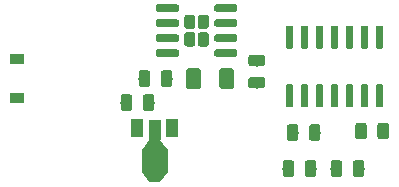
<source format=gbr>
G04 #@! TF.GenerationSoftware,KiCad,Pcbnew,5.1.4-e60b266~84~ubuntu18.04.1*
G04 #@! TF.CreationDate,2019-09-18T22:39:51+03:00*
G04 #@! TF.ProjectId,spotweld,73706f74-7765-46c6-942e-6b696361645f,rev?*
G04 #@! TF.SameCoordinates,Original*
G04 #@! TF.FileFunction,Paste,Top*
G04 #@! TF.FilePolarity,Positive*
%FSLAX46Y46*%
G04 Gerber Fmt 4.6, Leading zero omitted, Abs format (unit mm)*
G04 Created by KiCad (PCBNEW 5.1.4-e60b266~84~ubuntu18.04.1) date 2019-09-18 22:39:51*
%MOMM*%
%LPD*%
G04 APERTURE LIST*
%ADD10C,0.100000*%
%ADD11C,0.975000*%
%ADD12C,1.000000*%
%ADD13R,2.200000X1.840000*%
%ADD14R,1.000000X1.500000*%
%ADD15R,1.000000X1.800000*%
%ADD16C,0.850000*%
%ADD17C,0.600000*%
%ADD18C,0.920000*%
%ADD19R,1.200000X0.900000*%
%ADD20C,1.250000*%
G04 APERTURE END LIST*
D10*
G36*
X137476142Y-116268174D02*
G01*
X137499803Y-116271684D01*
X137523007Y-116277496D01*
X137545529Y-116285554D01*
X137567153Y-116295782D01*
X137587670Y-116308079D01*
X137606883Y-116322329D01*
X137624607Y-116338393D01*
X137640671Y-116356117D01*
X137654921Y-116375330D01*
X137667218Y-116395847D01*
X137677446Y-116417471D01*
X137685504Y-116439993D01*
X137691316Y-116463197D01*
X137694826Y-116486858D01*
X137696000Y-116510750D01*
X137696000Y-117423250D01*
X137694826Y-117447142D01*
X137691316Y-117470803D01*
X137685504Y-117494007D01*
X137677446Y-117516529D01*
X137667218Y-117538153D01*
X137654921Y-117558670D01*
X137640671Y-117577883D01*
X137624607Y-117595607D01*
X137606883Y-117611671D01*
X137587670Y-117625921D01*
X137567153Y-117638218D01*
X137545529Y-117648446D01*
X137523007Y-117656504D01*
X137499803Y-117662316D01*
X137476142Y-117665826D01*
X137452250Y-117667000D01*
X136964750Y-117667000D01*
X136940858Y-117665826D01*
X136917197Y-117662316D01*
X136893993Y-117656504D01*
X136871471Y-117648446D01*
X136849847Y-117638218D01*
X136829330Y-117625921D01*
X136810117Y-117611671D01*
X136792393Y-117595607D01*
X136776329Y-117577883D01*
X136762079Y-117558670D01*
X136749782Y-117538153D01*
X136739554Y-117516529D01*
X136731496Y-117494007D01*
X136725684Y-117470803D01*
X136722174Y-117447142D01*
X136721000Y-117423250D01*
X136721000Y-116510750D01*
X136722174Y-116486858D01*
X136725684Y-116463197D01*
X136731496Y-116439993D01*
X136739554Y-116417471D01*
X136749782Y-116395847D01*
X136762079Y-116375330D01*
X136776329Y-116356117D01*
X136792393Y-116338393D01*
X136810117Y-116322329D01*
X136829330Y-116308079D01*
X136849847Y-116295782D01*
X136871471Y-116285554D01*
X136893993Y-116277496D01*
X136917197Y-116271684D01*
X136940858Y-116268174D01*
X136964750Y-116267000D01*
X137452250Y-116267000D01*
X137476142Y-116268174D01*
X137476142Y-116268174D01*
G37*
D11*
X137208500Y-116967000D03*
D10*
G36*
X135601142Y-116268174D02*
G01*
X135624803Y-116271684D01*
X135648007Y-116277496D01*
X135670529Y-116285554D01*
X135692153Y-116295782D01*
X135712670Y-116308079D01*
X135731883Y-116322329D01*
X135749607Y-116338393D01*
X135765671Y-116356117D01*
X135779921Y-116375330D01*
X135792218Y-116395847D01*
X135802446Y-116417471D01*
X135810504Y-116439993D01*
X135816316Y-116463197D01*
X135819826Y-116486858D01*
X135821000Y-116510750D01*
X135821000Y-117423250D01*
X135819826Y-117447142D01*
X135816316Y-117470803D01*
X135810504Y-117494007D01*
X135802446Y-117516529D01*
X135792218Y-117538153D01*
X135779921Y-117558670D01*
X135765671Y-117577883D01*
X135749607Y-117595607D01*
X135731883Y-117611671D01*
X135712670Y-117625921D01*
X135692153Y-117638218D01*
X135670529Y-117648446D01*
X135648007Y-117656504D01*
X135624803Y-117662316D01*
X135601142Y-117665826D01*
X135577250Y-117667000D01*
X135089750Y-117667000D01*
X135065858Y-117665826D01*
X135042197Y-117662316D01*
X135018993Y-117656504D01*
X134996471Y-117648446D01*
X134974847Y-117638218D01*
X134954330Y-117625921D01*
X134935117Y-117611671D01*
X134917393Y-117595607D01*
X134901329Y-117577883D01*
X134887079Y-117558670D01*
X134874782Y-117538153D01*
X134864554Y-117516529D01*
X134856496Y-117494007D01*
X134850684Y-117470803D01*
X134847174Y-117447142D01*
X134846000Y-117423250D01*
X134846000Y-116510750D01*
X134847174Y-116486858D01*
X134850684Y-116463197D01*
X134856496Y-116439993D01*
X134864554Y-116417471D01*
X134874782Y-116395847D01*
X134887079Y-116375330D01*
X134901329Y-116356117D01*
X134917393Y-116338393D01*
X134935117Y-116322329D01*
X134954330Y-116308079D01*
X134974847Y-116295782D01*
X134996471Y-116285554D01*
X135018993Y-116277496D01*
X135042197Y-116271684D01*
X135065858Y-116268174D01*
X135089750Y-116267000D01*
X135577250Y-116267000D01*
X135601142Y-116268174D01*
X135601142Y-116268174D01*
G37*
D11*
X135333500Y-116967000D03*
D12*
X117856000Y-118110000D03*
D10*
G36*
X116756000Y-118610000D02*
G01*
X117456000Y-117610000D01*
X118256000Y-117610000D01*
X118956000Y-118610000D01*
X116756000Y-118610000D01*
X116756000Y-118610000D01*
G37*
D13*
X117856000Y-119519700D03*
D14*
X116356000Y-116706200D03*
D15*
X117856000Y-116852700D03*
D14*
X119356000Y-116706200D03*
D16*
X117856000Y-120853200D03*
D10*
G36*
X118956000Y-120428200D02*
G01*
X118356000Y-121278200D01*
X117356000Y-121278200D01*
X116756000Y-120428200D01*
X118956000Y-120428200D01*
X118956000Y-120428200D01*
G37*
G36*
X119776703Y-110063722D02*
G01*
X119791264Y-110065882D01*
X119805543Y-110069459D01*
X119819403Y-110074418D01*
X119832710Y-110080712D01*
X119845336Y-110088280D01*
X119857159Y-110097048D01*
X119868066Y-110106934D01*
X119877952Y-110117841D01*
X119886720Y-110129664D01*
X119894288Y-110142290D01*
X119900582Y-110155597D01*
X119905541Y-110169457D01*
X119909118Y-110183736D01*
X119911278Y-110198297D01*
X119912000Y-110213000D01*
X119912000Y-110513000D01*
X119911278Y-110527703D01*
X119909118Y-110542264D01*
X119905541Y-110556543D01*
X119900582Y-110570403D01*
X119894288Y-110583710D01*
X119886720Y-110596336D01*
X119877952Y-110608159D01*
X119868066Y-110619066D01*
X119857159Y-110628952D01*
X119845336Y-110637720D01*
X119832710Y-110645288D01*
X119819403Y-110651582D01*
X119805543Y-110656541D01*
X119791264Y-110660118D01*
X119776703Y-110662278D01*
X119762000Y-110663000D01*
X118112000Y-110663000D01*
X118097297Y-110662278D01*
X118082736Y-110660118D01*
X118068457Y-110656541D01*
X118054597Y-110651582D01*
X118041290Y-110645288D01*
X118028664Y-110637720D01*
X118016841Y-110628952D01*
X118005934Y-110619066D01*
X117996048Y-110608159D01*
X117987280Y-110596336D01*
X117979712Y-110583710D01*
X117973418Y-110570403D01*
X117968459Y-110556543D01*
X117964882Y-110542264D01*
X117962722Y-110527703D01*
X117962000Y-110513000D01*
X117962000Y-110213000D01*
X117962722Y-110198297D01*
X117964882Y-110183736D01*
X117968459Y-110169457D01*
X117973418Y-110155597D01*
X117979712Y-110142290D01*
X117987280Y-110129664D01*
X117996048Y-110117841D01*
X118005934Y-110106934D01*
X118016841Y-110097048D01*
X118028664Y-110088280D01*
X118041290Y-110080712D01*
X118054597Y-110074418D01*
X118068457Y-110069459D01*
X118082736Y-110065882D01*
X118097297Y-110063722D01*
X118112000Y-110063000D01*
X119762000Y-110063000D01*
X119776703Y-110063722D01*
X119776703Y-110063722D01*
G37*
D17*
X118937000Y-110363000D03*
D10*
G36*
X119776703Y-108793722D02*
G01*
X119791264Y-108795882D01*
X119805543Y-108799459D01*
X119819403Y-108804418D01*
X119832710Y-108810712D01*
X119845336Y-108818280D01*
X119857159Y-108827048D01*
X119868066Y-108836934D01*
X119877952Y-108847841D01*
X119886720Y-108859664D01*
X119894288Y-108872290D01*
X119900582Y-108885597D01*
X119905541Y-108899457D01*
X119909118Y-108913736D01*
X119911278Y-108928297D01*
X119912000Y-108943000D01*
X119912000Y-109243000D01*
X119911278Y-109257703D01*
X119909118Y-109272264D01*
X119905541Y-109286543D01*
X119900582Y-109300403D01*
X119894288Y-109313710D01*
X119886720Y-109326336D01*
X119877952Y-109338159D01*
X119868066Y-109349066D01*
X119857159Y-109358952D01*
X119845336Y-109367720D01*
X119832710Y-109375288D01*
X119819403Y-109381582D01*
X119805543Y-109386541D01*
X119791264Y-109390118D01*
X119776703Y-109392278D01*
X119762000Y-109393000D01*
X118112000Y-109393000D01*
X118097297Y-109392278D01*
X118082736Y-109390118D01*
X118068457Y-109386541D01*
X118054597Y-109381582D01*
X118041290Y-109375288D01*
X118028664Y-109367720D01*
X118016841Y-109358952D01*
X118005934Y-109349066D01*
X117996048Y-109338159D01*
X117987280Y-109326336D01*
X117979712Y-109313710D01*
X117973418Y-109300403D01*
X117968459Y-109286543D01*
X117964882Y-109272264D01*
X117962722Y-109257703D01*
X117962000Y-109243000D01*
X117962000Y-108943000D01*
X117962722Y-108928297D01*
X117964882Y-108913736D01*
X117968459Y-108899457D01*
X117973418Y-108885597D01*
X117979712Y-108872290D01*
X117987280Y-108859664D01*
X117996048Y-108847841D01*
X118005934Y-108836934D01*
X118016841Y-108827048D01*
X118028664Y-108818280D01*
X118041290Y-108810712D01*
X118054597Y-108804418D01*
X118068457Y-108799459D01*
X118082736Y-108795882D01*
X118097297Y-108793722D01*
X118112000Y-108793000D01*
X119762000Y-108793000D01*
X119776703Y-108793722D01*
X119776703Y-108793722D01*
G37*
D17*
X118937000Y-109093000D03*
D10*
G36*
X119776703Y-107523722D02*
G01*
X119791264Y-107525882D01*
X119805543Y-107529459D01*
X119819403Y-107534418D01*
X119832710Y-107540712D01*
X119845336Y-107548280D01*
X119857159Y-107557048D01*
X119868066Y-107566934D01*
X119877952Y-107577841D01*
X119886720Y-107589664D01*
X119894288Y-107602290D01*
X119900582Y-107615597D01*
X119905541Y-107629457D01*
X119909118Y-107643736D01*
X119911278Y-107658297D01*
X119912000Y-107673000D01*
X119912000Y-107973000D01*
X119911278Y-107987703D01*
X119909118Y-108002264D01*
X119905541Y-108016543D01*
X119900582Y-108030403D01*
X119894288Y-108043710D01*
X119886720Y-108056336D01*
X119877952Y-108068159D01*
X119868066Y-108079066D01*
X119857159Y-108088952D01*
X119845336Y-108097720D01*
X119832710Y-108105288D01*
X119819403Y-108111582D01*
X119805543Y-108116541D01*
X119791264Y-108120118D01*
X119776703Y-108122278D01*
X119762000Y-108123000D01*
X118112000Y-108123000D01*
X118097297Y-108122278D01*
X118082736Y-108120118D01*
X118068457Y-108116541D01*
X118054597Y-108111582D01*
X118041290Y-108105288D01*
X118028664Y-108097720D01*
X118016841Y-108088952D01*
X118005934Y-108079066D01*
X117996048Y-108068159D01*
X117987280Y-108056336D01*
X117979712Y-108043710D01*
X117973418Y-108030403D01*
X117968459Y-108016543D01*
X117964882Y-108002264D01*
X117962722Y-107987703D01*
X117962000Y-107973000D01*
X117962000Y-107673000D01*
X117962722Y-107658297D01*
X117964882Y-107643736D01*
X117968459Y-107629457D01*
X117973418Y-107615597D01*
X117979712Y-107602290D01*
X117987280Y-107589664D01*
X117996048Y-107577841D01*
X118005934Y-107566934D01*
X118016841Y-107557048D01*
X118028664Y-107548280D01*
X118041290Y-107540712D01*
X118054597Y-107534418D01*
X118068457Y-107529459D01*
X118082736Y-107525882D01*
X118097297Y-107523722D01*
X118112000Y-107523000D01*
X119762000Y-107523000D01*
X119776703Y-107523722D01*
X119776703Y-107523722D01*
G37*
D17*
X118937000Y-107823000D03*
D10*
G36*
X119776703Y-106253722D02*
G01*
X119791264Y-106255882D01*
X119805543Y-106259459D01*
X119819403Y-106264418D01*
X119832710Y-106270712D01*
X119845336Y-106278280D01*
X119857159Y-106287048D01*
X119868066Y-106296934D01*
X119877952Y-106307841D01*
X119886720Y-106319664D01*
X119894288Y-106332290D01*
X119900582Y-106345597D01*
X119905541Y-106359457D01*
X119909118Y-106373736D01*
X119911278Y-106388297D01*
X119912000Y-106403000D01*
X119912000Y-106703000D01*
X119911278Y-106717703D01*
X119909118Y-106732264D01*
X119905541Y-106746543D01*
X119900582Y-106760403D01*
X119894288Y-106773710D01*
X119886720Y-106786336D01*
X119877952Y-106798159D01*
X119868066Y-106809066D01*
X119857159Y-106818952D01*
X119845336Y-106827720D01*
X119832710Y-106835288D01*
X119819403Y-106841582D01*
X119805543Y-106846541D01*
X119791264Y-106850118D01*
X119776703Y-106852278D01*
X119762000Y-106853000D01*
X118112000Y-106853000D01*
X118097297Y-106852278D01*
X118082736Y-106850118D01*
X118068457Y-106846541D01*
X118054597Y-106841582D01*
X118041290Y-106835288D01*
X118028664Y-106827720D01*
X118016841Y-106818952D01*
X118005934Y-106809066D01*
X117996048Y-106798159D01*
X117987280Y-106786336D01*
X117979712Y-106773710D01*
X117973418Y-106760403D01*
X117968459Y-106746543D01*
X117964882Y-106732264D01*
X117962722Y-106717703D01*
X117962000Y-106703000D01*
X117962000Y-106403000D01*
X117962722Y-106388297D01*
X117964882Y-106373736D01*
X117968459Y-106359457D01*
X117973418Y-106345597D01*
X117979712Y-106332290D01*
X117987280Y-106319664D01*
X117996048Y-106307841D01*
X118005934Y-106296934D01*
X118016841Y-106287048D01*
X118028664Y-106278280D01*
X118041290Y-106270712D01*
X118054597Y-106264418D01*
X118068457Y-106259459D01*
X118082736Y-106255882D01*
X118097297Y-106253722D01*
X118112000Y-106253000D01*
X119762000Y-106253000D01*
X119776703Y-106253722D01*
X119776703Y-106253722D01*
G37*
D17*
X118937000Y-106553000D03*
D10*
G36*
X124726703Y-106253722D02*
G01*
X124741264Y-106255882D01*
X124755543Y-106259459D01*
X124769403Y-106264418D01*
X124782710Y-106270712D01*
X124795336Y-106278280D01*
X124807159Y-106287048D01*
X124818066Y-106296934D01*
X124827952Y-106307841D01*
X124836720Y-106319664D01*
X124844288Y-106332290D01*
X124850582Y-106345597D01*
X124855541Y-106359457D01*
X124859118Y-106373736D01*
X124861278Y-106388297D01*
X124862000Y-106403000D01*
X124862000Y-106703000D01*
X124861278Y-106717703D01*
X124859118Y-106732264D01*
X124855541Y-106746543D01*
X124850582Y-106760403D01*
X124844288Y-106773710D01*
X124836720Y-106786336D01*
X124827952Y-106798159D01*
X124818066Y-106809066D01*
X124807159Y-106818952D01*
X124795336Y-106827720D01*
X124782710Y-106835288D01*
X124769403Y-106841582D01*
X124755543Y-106846541D01*
X124741264Y-106850118D01*
X124726703Y-106852278D01*
X124712000Y-106853000D01*
X123062000Y-106853000D01*
X123047297Y-106852278D01*
X123032736Y-106850118D01*
X123018457Y-106846541D01*
X123004597Y-106841582D01*
X122991290Y-106835288D01*
X122978664Y-106827720D01*
X122966841Y-106818952D01*
X122955934Y-106809066D01*
X122946048Y-106798159D01*
X122937280Y-106786336D01*
X122929712Y-106773710D01*
X122923418Y-106760403D01*
X122918459Y-106746543D01*
X122914882Y-106732264D01*
X122912722Y-106717703D01*
X122912000Y-106703000D01*
X122912000Y-106403000D01*
X122912722Y-106388297D01*
X122914882Y-106373736D01*
X122918459Y-106359457D01*
X122923418Y-106345597D01*
X122929712Y-106332290D01*
X122937280Y-106319664D01*
X122946048Y-106307841D01*
X122955934Y-106296934D01*
X122966841Y-106287048D01*
X122978664Y-106278280D01*
X122991290Y-106270712D01*
X123004597Y-106264418D01*
X123018457Y-106259459D01*
X123032736Y-106255882D01*
X123047297Y-106253722D01*
X123062000Y-106253000D01*
X124712000Y-106253000D01*
X124726703Y-106253722D01*
X124726703Y-106253722D01*
G37*
D17*
X123887000Y-106553000D03*
D10*
G36*
X124726703Y-107523722D02*
G01*
X124741264Y-107525882D01*
X124755543Y-107529459D01*
X124769403Y-107534418D01*
X124782710Y-107540712D01*
X124795336Y-107548280D01*
X124807159Y-107557048D01*
X124818066Y-107566934D01*
X124827952Y-107577841D01*
X124836720Y-107589664D01*
X124844288Y-107602290D01*
X124850582Y-107615597D01*
X124855541Y-107629457D01*
X124859118Y-107643736D01*
X124861278Y-107658297D01*
X124862000Y-107673000D01*
X124862000Y-107973000D01*
X124861278Y-107987703D01*
X124859118Y-108002264D01*
X124855541Y-108016543D01*
X124850582Y-108030403D01*
X124844288Y-108043710D01*
X124836720Y-108056336D01*
X124827952Y-108068159D01*
X124818066Y-108079066D01*
X124807159Y-108088952D01*
X124795336Y-108097720D01*
X124782710Y-108105288D01*
X124769403Y-108111582D01*
X124755543Y-108116541D01*
X124741264Y-108120118D01*
X124726703Y-108122278D01*
X124712000Y-108123000D01*
X123062000Y-108123000D01*
X123047297Y-108122278D01*
X123032736Y-108120118D01*
X123018457Y-108116541D01*
X123004597Y-108111582D01*
X122991290Y-108105288D01*
X122978664Y-108097720D01*
X122966841Y-108088952D01*
X122955934Y-108079066D01*
X122946048Y-108068159D01*
X122937280Y-108056336D01*
X122929712Y-108043710D01*
X122923418Y-108030403D01*
X122918459Y-108016543D01*
X122914882Y-108002264D01*
X122912722Y-107987703D01*
X122912000Y-107973000D01*
X122912000Y-107673000D01*
X122912722Y-107658297D01*
X122914882Y-107643736D01*
X122918459Y-107629457D01*
X122923418Y-107615597D01*
X122929712Y-107602290D01*
X122937280Y-107589664D01*
X122946048Y-107577841D01*
X122955934Y-107566934D01*
X122966841Y-107557048D01*
X122978664Y-107548280D01*
X122991290Y-107540712D01*
X123004597Y-107534418D01*
X123018457Y-107529459D01*
X123032736Y-107525882D01*
X123047297Y-107523722D01*
X123062000Y-107523000D01*
X124712000Y-107523000D01*
X124726703Y-107523722D01*
X124726703Y-107523722D01*
G37*
D17*
X123887000Y-107823000D03*
D10*
G36*
X124726703Y-108793722D02*
G01*
X124741264Y-108795882D01*
X124755543Y-108799459D01*
X124769403Y-108804418D01*
X124782710Y-108810712D01*
X124795336Y-108818280D01*
X124807159Y-108827048D01*
X124818066Y-108836934D01*
X124827952Y-108847841D01*
X124836720Y-108859664D01*
X124844288Y-108872290D01*
X124850582Y-108885597D01*
X124855541Y-108899457D01*
X124859118Y-108913736D01*
X124861278Y-108928297D01*
X124862000Y-108943000D01*
X124862000Y-109243000D01*
X124861278Y-109257703D01*
X124859118Y-109272264D01*
X124855541Y-109286543D01*
X124850582Y-109300403D01*
X124844288Y-109313710D01*
X124836720Y-109326336D01*
X124827952Y-109338159D01*
X124818066Y-109349066D01*
X124807159Y-109358952D01*
X124795336Y-109367720D01*
X124782710Y-109375288D01*
X124769403Y-109381582D01*
X124755543Y-109386541D01*
X124741264Y-109390118D01*
X124726703Y-109392278D01*
X124712000Y-109393000D01*
X123062000Y-109393000D01*
X123047297Y-109392278D01*
X123032736Y-109390118D01*
X123018457Y-109386541D01*
X123004597Y-109381582D01*
X122991290Y-109375288D01*
X122978664Y-109367720D01*
X122966841Y-109358952D01*
X122955934Y-109349066D01*
X122946048Y-109338159D01*
X122937280Y-109326336D01*
X122929712Y-109313710D01*
X122923418Y-109300403D01*
X122918459Y-109286543D01*
X122914882Y-109272264D01*
X122912722Y-109257703D01*
X122912000Y-109243000D01*
X122912000Y-108943000D01*
X122912722Y-108928297D01*
X122914882Y-108913736D01*
X122918459Y-108899457D01*
X122923418Y-108885597D01*
X122929712Y-108872290D01*
X122937280Y-108859664D01*
X122946048Y-108847841D01*
X122955934Y-108836934D01*
X122966841Y-108827048D01*
X122978664Y-108818280D01*
X122991290Y-108810712D01*
X123004597Y-108804418D01*
X123018457Y-108799459D01*
X123032736Y-108795882D01*
X123047297Y-108793722D01*
X123062000Y-108793000D01*
X124712000Y-108793000D01*
X124726703Y-108793722D01*
X124726703Y-108793722D01*
G37*
D17*
X123887000Y-109093000D03*
D10*
G36*
X124726703Y-110063722D02*
G01*
X124741264Y-110065882D01*
X124755543Y-110069459D01*
X124769403Y-110074418D01*
X124782710Y-110080712D01*
X124795336Y-110088280D01*
X124807159Y-110097048D01*
X124818066Y-110106934D01*
X124827952Y-110117841D01*
X124836720Y-110129664D01*
X124844288Y-110142290D01*
X124850582Y-110155597D01*
X124855541Y-110169457D01*
X124859118Y-110183736D01*
X124861278Y-110198297D01*
X124862000Y-110213000D01*
X124862000Y-110513000D01*
X124861278Y-110527703D01*
X124859118Y-110542264D01*
X124855541Y-110556543D01*
X124850582Y-110570403D01*
X124844288Y-110583710D01*
X124836720Y-110596336D01*
X124827952Y-110608159D01*
X124818066Y-110619066D01*
X124807159Y-110628952D01*
X124795336Y-110637720D01*
X124782710Y-110645288D01*
X124769403Y-110651582D01*
X124755543Y-110656541D01*
X124741264Y-110660118D01*
X124726703Y-110662278D01*
X124712000Y-110663000D01*
X123062000Y-110663000D01*
X123047297Y-110662278D01*
X123032736Y-110660118D01*
X123018457Y-110656541D01*
X123004597Y-110651582D01*
X122991290Y-110645288D01*
X122978664Y-110637720D01*
X122966841Y-110628952D01*
X122955934Y-110619066D01*
X122946048Y-110608159D01*
X122937280Y-110596336D01*
X122929712Y-110583710D01*
X122923418Y-110570403D01*
X122918459Y-110556543D01*
X122914882Y-110542264D01*
X122912722Y-110527703D01*
X122912000Y-110513000D01*
X122912000Y-110213000D01*
X122912722Y-110198297D01*
X122914882Y-110183736D01*
X122918459Y-110169457D01*
X122923418Y-110155597D01*
X122929712Y-110142290D01*
X122937280Y-110129664D01*
X122946048Y-110117841D01*
X122955934Y-110106934D01*
X122966841Y-110097048D01*
X122978664Y-110088280D01*
X122991290Y-110080712D01*
X123004597Y-110074418D01*
X123018457Y-110069459D01*
X123032736Y-110065882D01*
X123047297Y-110063722D01*
X123062000Y-110063000D01*
X124712000Y-110063000D01*
X124726703Y-110063722D01*
X124726703Y-110063722D01*
G37*
D17*
X123887000Y-110363000D03*
D10*
G36*
X121094544Y-107104108D02*
G01*
X121116871Y-107107419D01*
X121138765Y-107112904D01*
X121160017Y-107120508D01*
X121180421Y-107130158D01*
X121199781Y-107141762D01*
X121217910Y-107155208D01*
X121234635Y-107170365D01*
X121249792Y-107187090D01*
X121263238Y-107205219D01*
X121274842Y-107224579D01*
X121284492Y-107244983D01*
X121292096Y-107266235D01*
X121297581Y-107288129D01*
X121300892Y-107310456D01*
X121302000Y-107333000D01*
X121302000Y-108083000D01*
X121300892Y-108105544D01*
X121297581Y-108127871D01*
X121292096Y-108149765D01*
X121284492Y-108171017D01*
X121274842Y-108191421D01*
X121263238Y-108210781D01*
X121249792Y-108228910D01*
X121234635Y-108245635D01*
X121217910Y-108260792D01*
X121199781Y-108274238D01*
X121180421Y-108285842D01*
X121160017Y-108295492D01*
X121138765Y-108303096D01*
X121116871Y-108308581D01*
X121094544Y-108311892D01*
X121072000Y-108313000D01*
X120612000Y-108313000D01*
X120589456Y-108311892D01*
X120567129Y-108308581D01*
X120545235Y-108303096D01*
X120523983Y-108295492D01*
X120503579Y-108285842D01*
X120484219Y-108274238D01*
X120466090Y-108260792D01*
X120449365Y-108245635D01*
X120434208Y-108228910D01*
X120420762Y-108210781D01*
X120409158Y-108191421D01*
X120399508Y-108171017D01*
X120391904Y-108149765D01*
X120386419Y-108127871D01*
X120383108Y-108105544D01*
X120382000Y-108083000D01*
X120382000Y-107333000D01*
X120383108Y-107310456D01*
X120386419Y-107288129D01*
X120391904Y-107266235D01*
X120399508Y-107244983D01*
X120409158Y-107224579D01*
X120420762Y-107205219D01*
X120434208Y-107187090D01*
X120449365Y-107170365D01*
X120466090Y-107155208D01*
X120484219Y-107141762D01*
X120503579Y-107130158D01*
X120523983Y-107120508D01*
X120545235Y-107112904D01*
X120567129Y-107107419D01*
X120589456Y-107104108D01*
X120612000Y-107103000D01*
X121072000Y-107103000D01*
X121094544Y-107104108D01*
X121094544Y-107104108D01*
G37*
D18*
X120842000Y-107708000D03*
D10*
G36*
X121094544Y-108604108D02*
G01*
X121116871Y-108607419D01*
X121138765Y-108612904D01*
X121160017Y-108620508D01*
X121180421Y-108630158D01*
X121199781Y-108641762D01*
X121217910Y-108655208D01*
X121234635Y-108670365D01*
X121249792Y-108687090D01*
X121263238Y-108705219D01*
X121274842Y-108724579D01*
X121284492Y-108744983D01*
X121292096Y-108766235D01*
X121297581Y-108788129D01*
X121300892Y-108810456D01*
X121302000Y-108833000D01*
X121302000Y-109583000D01*
X121300892Y-109605544D01*
X121297581Y-109627871D01*
X121292096Y-109649765D01*
X121284492Y-109671017D01*
X121274842Y-109691421D01*
X121263238Y-109710781D01*
X121249792Y-109728910D01*
X121234635Y-109745635D01*
X121217910Y-109760792D01*
X121199781Y-109774238D01*
X121180421Y-109785842D01*
X121160017Y-109795492D01*
X121138765Y-109803096D01*
X121116871Y-109808581D01*
X121094544Y-109811892D01*
X121072000Y-109813000D01*
X120612000Y-109813000D01*
X120589456Y-109811892D01*
X120567129Y-109808581D01*
X120545235Y-109803096D01*
X120523983Y-109795492D01*
X120503579Y-109785842D01*
X120484219Y-109774238D01*
X120466090Y-109760792D01*
X120449365Y-109745635D01*
X120434208Y-109728910D01*
X120420762Y-109710781D01*
X120409158Y-109691421D01*
X120399508Y-109671017D01*
X120391904Y-109649765D01*
X120386419Y-109627871D01*
X120383108Y-109605544D01*
X120382000Y-109583000D01*
X120382000Y-108833000D01*
X120383108Y-108810456D01*
X120386419Y-108788129D01*
X120391904Y-108766235D01*
X120399508Y-108744983D01*
X120409158Y-108724579D01*
X120420762Y-108705219D01*
X120434208Y-108687090D01*
X120449365Y-108670365D01*
X120466090Y-108655208D01*
X120484219Y-108641762D01*
X120503579Y-108630158D01*
X120523983Y-108620508D01*
X120545235Y-108612904D01*
X120567129Y-108607419D01*
X120589456Y-108604108D01*
X120612000Y-108603000D01*
X121072000Y-108603000D01*
X121094544Y-108604108D01*
X121094544Y-108604108D01*
G37*
D18*
X120842000Y-109208000D03*
D10*
G36*
X122234544Y-107104108D02*
G01*
X122256871Y-107107419D01*
X122278765Y-107112904D01*
X122300017Y-107120508D01*
X122320421Y-107130158D01*
X122339781Y-107141762D01*
X122357910Y-107155208D01*
X122374635Y-107170365D01*
X122389792Y-107187090D01*
X122403238Y-107205219D01*
X122414842Y-107224579D01*
X122424492Y-107244983D01*
X122432096Y-107266235D01*
X122437581Y-107288129D01*
X122440892Y-107310456D01*
X122442000Y-107333000D01*
X122442000Y-108083000D01*
X122440892Y-108105544D01*
X122437581Y-108127871D01*
X122432096Y-108149765D01*
X122424492Y-108171017D01*
X122414842Y-108191421D01*
X122403238Y-108210781D01*
X122389792Y-108228910D01*
X122374635Y-108245635D01*
X122357910Y-108260792D01*
X122339781Y-108274238D01*
X122320421Y-108285842D01*
X122300017Y-108295492D01*
X122278765Y-108303096D01*
X122256871Y-108308581D01*
X122234544Y-108311892D01*
X122212000Y-108313000D01*
X121752000Y-108313000D01*
X121729456Y-108311892D01*
X121707129Y-108308581D01*
X121685235Y-108303096D01*
X121663983Y-108295492D01*
X121643579Y-108285842D01*
X121624219Y-108274238D01*
X121606090Y-108260792D01*
X121589365Y-108245635D01*
X121574208Y-108228910D01*
X121560762Y-108210781D01*
X121549158Y-108191421D01*
X121539508Y-108171017D01*
X121531904Y-108149765D01*
X121526419Y-108127871D01*
X121523108Y-108105544D01*
X121522000Y-108083000D01*
X121522000Y-107333000D01*
X121523108Y-107310456D01*
X121526419Y-107288129D01*
X121531904Y-107266235D01*
X121539508Y-107244983D01*
X121549158Y-107224579D01*
X121560762Y-107205219D01*
X121574208Y-107187090D01*
X121589365Y-107170365D01*
X121606090Y-107155208D01*
X121624219Y-107141762D01*
X121643579Y-107130158D01*
X121663983Y-107120508D01*
X121685235Y-107112904D01*
X121707129Y-107107419D01*
X121729456Y-107104108D01*
X121752000Y-107103000D01*
X122212000Y-107103000D01*
X122234544Y-107104108D01*
X122234544Y-107104108D01*
G37*
D18*
X121982000Y-107708000D03*
D10*
G36*
X122234544Y-108604108D02*
G01*
X122256871Y-108607419D01*
X122278765Y-108612904D01*
X122300017Y-108620508D01*
X122320421Y-108630158D01*
X122339781Y-108641762D01*
X122357910Y-108655208D01*
X122374635Y-108670365D01*
X122389792Y-108687090D01*
X122403238Y-108705219D01*
X122414842Y-108724579D01*
X122424492Y-108744983D01*
X122432096Y-108766235D01*
X122437581Y-108788129D01*
X122440892Y-108810456D01*
X122442000Y-108833000D01*
X122442000Y-109583000D01*
X122440892Y-109605544D01*
X122437581Y-109627871D01*
X122432096Y-109649765D01*
X122424492Y-109671017D01*
X122414842Y-109691421D01*
X122403238Y-109710781D01*
X122389792Y-109728910D01*
X122374635Y-109745635D01*
X122357910Y-109760792D01*
X122339781Y-109774238D01*
X122320421Y-109785842D01*
X122300017Y-109795492D01*
X122278765Y-109803096D01*
X122256871Y-109808581D01*
X122234544Y-109811892D01*
X122212000Y-109813000D01*
X121752000Y-109813000D01*
X121729456Y-109811892D01*
X121707129Y-109808581D01*
X121685235Y-109803096D01*
X121663983Y-109795492D01*
X121643579Y-109785842D01*
X121624219Y-109774238D01*
X121606090Y-109760792D01*
X121589365Y-109745635D01*
X121574208Y-109728910D01*
X121560762Y-109710781D01*
X121549158Y-109691421D01*
X121539508Y-109671017D01*
X121531904Y-109649765D01*
X121526419Y-109627871D01*
X121523108Y-109605544D01*
X121522000Y-109583000D01*
X121522000Y-108833000D01*
X121523108Y-108810456D01*
X121526419Y-108788129D01*
X121531904Y-108766235D01*
X121539508Y-108744983D01*
X121549158Y-108724579D01*
X121560762Y-108705219D01*
X121574208Y-108687090D01*
X121589365Y-108670365D01*
X121606090Y-108655208D01*
X121624219Y-108641762D01*
X121643579Y-108630158D01*
X121663983Y-108620508D01*
X121685235Y-108612904D01*
X121707129Y-108607419D01*
X121729456Y-108604108D01*
X121752000Y-108603000D01*
X122212000Y-108603000D01*
X122234544Y-108604108D01*
X122234544Y-108604108D01*
G37*
D18*
X121982000Y-109208000D03*
D10*
G36*
X129450703Y-108056722D02*
G01*
X129465264Y-108058882D01*
X129479543Y-108062459D01*
X129493403Y-108067418D01*
X129506710Y-108073712D01*
X129519336Y-108081280D01*
X129531159Y-108090048D01*
X129542066Y-108099934D01*
X129551952Y-108110841D01*
X129560720Y-108122664D01*
X129568288Y-108135290D01*
X129574582Y-108148597D01*
X129579541Y-108162457D01*
X129583118Y-108176736D01*
X129585278Y-108191297D01*
X129586000Y-108206000D01*
X129586000Y-109856000D01*
X129585278Y-109870703D01*
X129583118Y-109885264D01*
X129579541Y-109899543D01*
X129574582Y-109913403D01*
X129568288Y-109926710D01*
X129560720Y-109939336D01*
X129551952Y-109951159D01*
X129542066Y-109962066D01*
X129531159Y-109971952D01*
X129519336Y-109980720D01*
X129506710Y-109988288D01*
X129493403Y-109994582D01*
X129479543Y-109999541D01*
X129465264Y-110003118D01*
X129450703Y-110005278D01*
X129436000Y-110006000D01*
X129136000Y-110006000D01*
X129121297Y-110005278D01*
X129106736Y-110003118D01*
X129092457Y-109999541D01*
X129078597Y-109994582D01*
X129065290Y-109988288D01*
X129052664Y-109980720D01*
X129040841Y-109971952D01*
X129029934Y-109962066D01*
X129020048Y-109951159D01*
X129011280Y-109939336D01*
X129003712Y-109926710D01*
X128997418Y-109913403D01*
X128992459Y-109899543D01*
X128988882Y-109885264D01*
X128986722Y-109870703D01*
X128986000Y-109856000D01*
X128986000Y-108206000D01*
X128986722Y-108191297D01*
X128988882Y-108176736D01*
X128992459Y-108162457D01*
X128997418Y-108148597D01*
X129003712Y-108135290D01*
X129011280Y-108122664D01*
X129020048Y-108110841D01*
X129029934Y-108099934D01*
X129040841Y-108090048D01*
X129052664Y-108081280D01*
X129065290Y-108073712D01*
X129078597Y-108067418D01*
X129092457Y-108062459D01*
X129106736Y-108058882D01*
X129121297Y-108056722D01*
X129136000Y-108056000D01*
X129436000Y-108056000D01*
X129450703Y-108056722D01*
X129450703Y-108056722D01*
G37*
D17*
X129286000Y-109031000D03*
D10*
G36*
X130720703Y-108056722D02*
G01*
X130735264Y-108058882D01*
X130749543Y-108062459D01*
X130763403Y-108067418D01*
X130776710Y-108073712D01*
X130789336Y-108081280D01*
X130801159Y-108090048D01*
X130812066Y-108099934D01*
X130821952Y-108110841D01*
X130830720Y-108122664D01*
X130838288Y-108135290D01*
X130844582Y-108148597D01*
X130849541Y-108162457D01*
X130853118Y-108176736D01*
X130855278Y-108191297D01*
X130856000Y-108206000D01*
X130856000Y-109856000D01*
X130855278Y-109870703D01*
X130853118Y-109885264D01*
X130849541Y-109899543D01*
X130844582Y-109913403D01*
X130838288Y-109926710D01*
X130830720Y-109939336D01*
X130821952Y-109951159D01*
X130812066Y-109962066D01*
X130801159Y-109971952D01*
X130789336Y-109980720D01*
X130776710Y-109988288D01*
X130763403Y-109994582D01*
X130749543Y-109999541D01*
X130735264Y-110003118D01*
X130720703Y-110005278D01*
X130706000Y-110006000D01*
X130406000Y-110006000D01*
X130391297Y-110005278D01*
X130376736Y-110003118D01*
X130362457Y-109999541D01*
X130348597Y-109994582D01*
X130335290Y-109988288D01*
X130322664Y-109980720D01*
X130310841Y-109971952D01*
X130299934Y-109962066D01*
X130290048Y-109951159D01*
X130281280Y-109939336D01*
X130273712Y-109926710D01*
X130267418Y-109913403D01*
X130262459Y-109899543D01*
X130258882Y-109885264D01*
X130256722Y-109870703D01*
X130256000Y-109856000D01*
X130256000Y-108206000D01*
X130256722Y-108191297D01*
X130258882Y-108176736D01*
X130262459Y-108162457D01*
X130267418Y-108148597D01*
X130273712Y-108135290D01*
X130281280Y-108122664D01*
X130290048Y-108110841D01*
X130299934Y-108099934D01*
X130310841Y-108090048D01*
X130322664Y-108081280D01*
X130335290Y-108073712D01*
X130348597Y-108067418D01*
X130362457Y-108062459D01*
X130376736Y-108058882D01*
X130391297Y-108056722D01*
X130406000Y-108056000D01*
X130706000Y-108056000D01*
X130720703Y-108056722D01*
X130720703Y-108056722D01*
G37*
D17*
X130556000Y-109031000D03*
D10*
G36*
X131990703Y-108056722D02*
G01*
X132005264Y-108058882D01*
X132019543Y-108062459D01*
X132033403Y-108067418D01*
X132046710Y-108073712D01*
X132059336Y-108081280D01*
X132071159Y-108090048D01*
X132082066Y-108099934D01*
X132091952Y-108110841D01*
X132100720Y-108122664D01*
X132108288Y-108135290D01*
X132114582Y-108148597D01*
X132119541Y-108162457D01*
X132123118Y-108176736D01*
X132125278Y-108191297D01*
X132126000Y-108206000D01*
X132126000Y-109856000D01*
X132125278Y-109870703D01*
X132123118Y-109885264D01*
X132119541Y-109899543D01*
X132114582Y-109913403D01*
X132108288Y-109926710D01*
X132100720Y-109939336D01*
X132091952Y-109951159D01*
X132082066Y-109962066D01*
X132071159Y-109971952D01*
X132059336Y-109980720D01*
X132046710Y-109988288D01*
X132033403Y-109994582D01*
X132019543Y-109999541D01*
X132005264Y-110003118D01*
X131990703Y-110005278D01*
X131976000Y-110006000D01*
X131676000Y-110006000D01*
X131661297Y-110005278D01*
X131646736Y-110003118D01*
X131632457Y-109999541D01*
X131618597Y-109994582D01*
X131605290Y-109988288D01*
X131592664Y-109980720D01*
X131580841Y-109971952D01*
X131569934Y-109962066D01*
X131560048Y-109951159D01*
X131551280Y-109939336D01*
X131543712Y-109926710D01*
X131537418Y-109913403D01*
X131532459Y-109899543D01*
X131528882Y-109885264D01*
X131526722Y-109870703D01*
X131526000Y-109856000D01*
X131526000Y-108206000D01*
X131526722Y-108191297D01*
X131528882Y-108176736D01*
X131532459Y-108162457D01*
X131537418Y-108148597D01*
X131543712Y-108135290D01*
X131551280Y-108122664D01*
X131560048Y-108110841D01*
X131569934Y-108099934D01*
X131580841Y-108090048D01*
X131592664Y-108081280D01*
X131605290Y-108073712D01*
X131618597Y-108067418D01*
X131632457Y-108062459D01*
X131646736Y-108058882D01*
X131661297Y-108056722D01*
X131676000Y-108056000D01*
X131976000Y-108056000D01*
X131990703Y-108056722D01*
X131990703Y-108056722D01*
G37*
D17*
X131826000Y-109031000D03*
D10*
G36*
X133260703Y-108056722D02*
G01*
X133275264Y-108058882D01*
X133289543Y-108062459D01*
X133303403Y-108067418D01*
X133316710Y-108073712D01*
X133329336Y-108081280D01*
X133341159Y-108090048D01*
X133352066Y-108099934D01*
X133361952Y-108110841D01*
X133370720Y-108122664D01*
X133378288Y-108135290D01*
X133384582Y-108148597D01*
X133389541Y-108162457D01*
X133393118Y-108176736D01*
X133395278Y-108191297D01*
X133396000Y-108206000D01*
X133396000Y-109856000D01*
X133395278Y-109870703D01*
X133393118Y-109885264D01*
X133389541Y-109899543D01*
X133384582Y-109913403D01*
X133378288Y-109926710D01*
X133370720Y-109939336D01*
X133361952Y-109951159D01*
X133352066Y-109962066D01*
X133341159Y-109971952D01*
X133329336Y-109980720D01*
X133316710Y-109988288D01*
X133303403Y-109994582D01*
X133289543Y-109999541D01*
X133275264Y-110003118D01*
X133260703Y-110005278D01*
X133246000Y-110006000D01*
X132946000Y-110006000D01*
X132931297Y-110005278D01*
X132916736Y-110003118D01*
X132902457Y-109999541D01*
X132888597Y-109994582D01*
X132875290Y-109988288D01*
X132862664Y-109980720D01*
X132850841Y-109971952D01*
X132839934Y-109962066D01*
X132830048Y-109951159D01*
X132821280Y-109939336D01*
X132813712Y-109926710D01*
X132807418Y-109913403D01*
X132802459Y-109899543D01*
X132798882Y-109885264D01*
X132796722Y-109870703D01*
X132796000Y-109856000D01*
X132796000Y-108206000D01*
X132796722Y-108191297D01*
X132798882Y-108176736D01*
X132802459Y-108162457D01*
X132807418Y-108148597D01*
X132813712Y-108135290D01*
X132821280Y-108122664D01*
X132830048Y-108110841D01*
X132839934Y-108099934D01*
X132850841Y-108090048D01*
X132862664Y-108081280D01*
X132875290Y-108073712D01*
X132888597Y-108067418D01*
X132902457Y-108062459D01*
X132916736Y-108058882D01*
X132931297Y-108056722D01*
X132946000Y-108056000D01*
X133246000Y-108056000D01*
X133260703Y-108056722D01*
X133260703Y-108056722D01*
G37*
D17*
X133096000Y-109031000D03*
D10*
G36*
X134530703Y-108056722D02*
G01*
X134545264Y-108058882D01*
X134559543Y-108062459D01*
X134573403Y-108067418D01*
X134586710Y-108073712D01*
X134599336Y-108081280D01*
X134611159Y-108090048D01*
X134622066Y-108099934D01*
X134631952Y-108110841D01*
X134640720Y-108122664D01*
X134648288Y-108135290D01*
X134654582Y-108148597D01*
X134659541Y-108162457D01*
X134663118Y-108176736D01*
X134665278Y-108191297D01*
X134666000Y-108206000D01*
X134666000Y-109856000D01*
X134665278Y-109870703D01*
X134663118Y-109885264D01*
X134659541Y-109899543D01*
X134654582Y-109913403D01*
X134648288Y-109926710D01*
X134640720Y-109939336D01*
X134631952Y-109951159D01*
X134622066Y-109962066D01*
X134611159Y-109971952D01*
X134599336Y-109980720D01*
X134586710Y-109988288D01*
X134573403Y-109994582D01*
X134559543Y-109999541D01*
X134545264Y-110003118D01*
X134530703Y-110005278D01*
X134516000Y-110006000D01*
X134216000Y-110006000D01*
X134201297Y-110005278D01*
X134186736Y-110003118D01*
X134172457Y-109999541D01*
X134158597Y-109994582D01*
X134145290Y-109988288D01*
X134132664Y-109980720D01*
X134120841Y-109971952D01*
X134109934Y-109962066D01*
X134100048Y-109951159D01*
X134091280Y-109939336D01*
X134083712Y-109926710D01*
X134077418Y-109913403D01*
X134072459Y-109899543D01*
X134068882Y-109885264D01*
X134066722Y-109870703D01*
X134066000Y-109856000D01*
X134066000Y-108206000D01*
X134066722Y-108191297D01*
X134068882Y-108176736D01*
X134072459Y-108162457D01*
X134077418Y-108148597D01*
X134083712Y-108135290D01*
X134091280Y-108122664D01*
X134100048Y-108110841D01*
X134109934Y-108099934D01*
X134120841Y-108090048D01*
X134132664Y-108081280D01*
X134145290Y-108073712D01*
X134158597Y-108067418D01*
X134172457Y-108062459D01*
X134186736Y-108058882D01*
X134201297Y-108056722D01*
X134216000Y-108056000D01*
X134516000Y-108056000D01*
X134530703Y-108056722D01*
X134530703Y-108056722D01*
G37*
D17*
X134366000Y-109031000D03*
D10*
G36*
X135800703Y-108056722D02*
G01*
X135815264Y-108058882D01*
X135829543Y-108062459D01*
X135843403Y-108067418D01*
X135856710Y-108073712D01*
X135869336Y-108081280D01*
X135881159Y-108090048D01*
X135892066Y-108099934D01*
X135901952Y-108110841D01*
X135910720Y-108122664D01*
X135918288Y-108135290D01*
X135924582Y-108148597D01*
X135929541Y-108162457D01*
X135933118Y-108176736D01*
X135935278Y-108191297D01*
X135936000Y-108206000D01*
X135936000Y-109856000D01*
X135935278Y-109870703D01*
X135933118Y-109885264D01*
X135929541Y-109899543D01*
X135924582Y-109913403D01*
X135918288Y-109926710D01*
X135910720Y-109939336D01*
X135901952Y-109951159D01*
X135892066Y-109962066D01*
X135881159Y-109971952D01*
X135869336Y-109980720D01*
X135856710Y-109988288D01*
X135843403Y-109994582D01*
X135829543Y-109999541D01*
X135815264Y-110003118D01*
X135800703Y-110005278D01*
X135786000Y-110006000D01*
X135486000Y-110006000D01*
X135471297Y-110005278D01*
X135456736Y-110003118D01*
X135442457Y-109999541D01*
X135428597Y-109994582D01*
X135415290Y-109988288D01*
X135402664Y-109980720D01*
X135390841Y-109971952D01*
X135379934Y-109962066D01*
X135370048Y-109951159D01*
X135361280Y-109939336D01*
X135353712Y-109926710D01*
X135347418Y-109913403D01*
X135342459Y-109899543D01*
X135338882Y-109885264D01*
X135336722Y-109870703D01*
X135336000Y-109856000D01*
X135336000Y-108206000D01*
X135336722Y-108191297D01*
X135338882Y-108176736D01*
X135342459Y-108162457D01*
X135347418Y-108148597D01*
X135353712Y-108135290D01*
X135361280Y-108122664D01*
X135370048Y-108110841D01*
X135379934Y-108099934D01*
X135390841Y-108090048D01*
X135402664Y-108081280D01*
X135415290Y-108073712D01*
X135428597Y-108067418D01*
X135442457Y-108062459D01*
X135456736Y-108058882D01*
X135471297Y-108056722D01*
X135486000Y-108056000D01*
X135786000Y-108056000D01*
X135800703Y-108056722D01*
X135800703Y-108056722D01*
G37*
D17*
X135636000Y-109031000D03*
D10*
G36*
X137070703Y-108056722D02*
G01*
X137085264Y-108058882D01*
X137099543Y-108062459D01*
X137113403Y-108067418D01*
X137126710Y-108073712D01*
X137139336Y-108081280D01*
X137151159Y-108090048D01*
X137162066Y-108099934D01*
X137171952Y-108110841D01*
X137180720Y-108122664D01*
X137188288Y-108135290D01*
X137194582Y-108148597D01*
X137199541Y-108162457D01*
X137203118Y-108176736D01*
X137205278Y-108191297D01*
X137206000Y-108206000D01*
X137206000Y-109856000D01*
X137205278Y-109870703D01*
X137203118Y-109885264D01*
X137199541Y-109899543D01*
X137194582Y-109913403D01*
X137188288Y-109926710D01*
X137180720Y-109939336D01*
X137171952Y-109951159D01*
X137162066Y-109962066D01*
X137151159Y-109971952D01*
X137139336Y-109980720D01*
X137126710Y-109988288D01*
X137113403Y-109994582D01*
X137099543Y-109999541D01*
X137085264Y-110003118D01*
X137070703Y-110005278D01*
X137056000Y-110006000D01*
X136756000Y-110006000D01*
X136741297Y-110005278D01*
X136726736Y-110003118D01*
X136712457Y-109999541D01*
X136698597Y-109994582D01*
X136685290Y-109988288D01*
X136672664Y-109980720D01*
X136660841Y-109971952D01*
X136649934Y-109962066D01*
X136640048Y-109951159D01*
X136631280Y-109939336D01*
X136623712Y-109926710D01*
X136617418Y-109913403D01*
X136612459Y-109899543D01*
X136608882Y-109885264D01*
X136606722Y-109870703D01*
X136606000Y-109856000D01*
X136606000Y-108206000D01*
X136606722Y-108191297D01*
X136608882Y-108176736D01*
X136612459Y-108162457D01*
X136617418Y-108148597D01*
X136623712Y-108135290D01*
X136631280Y-108122664D01*
X136640048Y-108110841D01*
X136649934Y-108099934D01*
X136660841Y-108090048D01*
X136672664Y-108081280D01*
X136685290Y-108073712D01*
X136698597Y-108067418D01*
X136712457Y-108062459D01*
X136726736Y-108058882D01*
X136741297Y-108056722D01*
X136756000Y-108056000D01*
X137056000Y-108056000D01*
X137070703Y-108056722D01*
X137070703Y-108056722D01*
G37*
D17*
X136906000Y-109031000D03*
D10*
G36*
X137070703Y-113006722D02*
G01*
X137085264Y-113008882D01*
X137099543Y-113012459D01*
X137113403Y-113017418D01*
X137126710Y-113023712D01*
X137139336Y-113031280D01*
X137151159Y-113040048D01*
X137162066Y-113049934D01*
X137171952Y-113060841D01*
X137180720Y-113072664D01*
X137188288Y-113085290D01*
X137194582Y-113098597D01*
X137199541Y-113112457D01*
X137203118Y-113126736D01*
X137205278Y-113141297D01*
X137206000Y-113156000D01*
X137206000Y-114806000D01*
X137205278Y-114820703D01*
X137203118Y-114835264D01*
X137199541Y-114849543D01*
X137194582Y-114863403D01*
X137188288Y-114876710D01*
X137180720Y-114889336D01*
X137171952Y-114901159D01*
X137162066Y-114912066D01*
X137151159Y-114921952D01*
X137139336Y-114930720D01*
X137126710Y-114938288D01*
X137113403Y-114944582D01*
X137099543Y-114949541D01*
X137085264Y-114953118D01*
X137070703Y-114955278D01*
X137056000Y-114956000D01*
X136756000Y-114956000D01*
X136741297Y-114955278D01*
X136726736Y-114953118D01*
X136712457Y-114949541D01*
X136698597Y-114944582D01*
X136685290Y-114938288D01*
X136672664Y-114930720D01*
X136660841Y-114921952D01*
X136649934Y-114912066D01*
X136640048Y-114901159D01*
X136631280Y-114889336D01*
X136623712Y-114876710D01*
X136617418Y-114863403D01*
X136612459Y-114849543D01*
X136608882Y-114835264D01*
X136606722Y-114820703D01*
X136606000Y-114806000D01*
X136606000Y-113156000D01*
X136606722Y-113141297D01*
X136608882Y-113126736D01*
X136612459Y-113112457D01*
X136617418Y-113098597D01*
X136623712Y-113085290D01*
X136631280Y-113072664D01*
X136640048Y-113060841D01*
X136649934Y-113049934D01*
X136660841Y-113040048D01*
X136672664Y-113031280D01*
X136685290Y-113023712D01*
X136698597Y-113017418D01*
X136712457Y-113012459D01*
X136726736Y-113008882D01*
X136741297Y-113006722D01*
X136756000Y-113006000D01*
X137056000Y-113006000D01*
X137070703Y-113006722D01*
X137070703Y-113006722D01*
G37*
D17*
X136906000Y-113981000D03*
D10*
G36*
X135800703Y-113006722D02*
G01*
X135815264Y-113008882D01*
X135829543Y-113012459D01*
X135843403Y-113017418D01*
X135856710Y-113023712D01*
X135869336Y-113031280D01*
X135881159Y-113040048D01*
X135892066Y-113049934D01*
X135901952Y-113060841D01*
X135910720Y-113072664D01*
X135918288Y-113085290D01*
X135924582Y-113098597D01*
X135929541Y-113112457D01*
X135933118Y-113126736D01*
X135935278Y-113141297D01*
X135936000Y-113156000D01*
X135936000Y-114806000D01*
X135935278Y-114820703D01*
X135933118Y-114835264D01*
X135929541Y-114849543D01*
X135924582Y-114863403D01*
X135918288Y-114876710D01*
X135910720Y-114889336D01*
X135901952Y-114901159D01*
X135892066Y-114912066D01*
X135881159Y-114921952D01*
X135869336Y-114930720D01*
X135856710Y-114938288D01*
X135843403Y-114944582D01*
X135829543Y-114949541D01*
X135815264Y-114953118D01*
X135800703Y-114955278D01*
X135786000Y-114956000D01*
X135486000Y-114956000D01*
X135471297Y-114955278D01*
X135456736Y-114953118D01*
X135442457Y-114949541D01*
X135428597Y-114944582D01*
X135415290Y-114938288D01*
X135402664Y-114930720D01*
X135390841Y-114921952D01*
X135379934Y-114912066D01*
X135370048Y-114901159D01*
X135361280Y-114889336D01*
X135353712Y-114876710D01*
X135347418Y-114863403D01*
X135342459Y-114849543D01*
X135338882Y-114835264D01*
X135336722Y-114820703D01*
X135336000Y-114806000D01*
X135336000Y-113156000D01*
X135336722Y-113141297D01*
X135338882Y-113126736D01*
X135342459Y-113112457D01*
X135347418Y-113098597D01*
X135353712Y-113085290D01*
X135361280Y-113072664D01*
X135370048Y-113060841D01*
X135379934Y-113049934D01*
X135390841Y-113040048D01*
X135402664Y-113031280D01*
X135415290Y-113023712D01*
X135428597Y-113017418D01*
X135442457Y-113012459D01*
X135456736Y-113008882D01*
X135471297Y-113006722D01*
X135486000Y-113006000D01*
X135786000Y-113006000D01*
X135800703Y-113006722D01*
X135800703Y-113006722D01*
G37*
D17*
X135636000Y-113981000D03*
D10*
G36*
X134530703Y-113006722D02*
G01*
X134545264Y-113008882D01*
X134559543Y-113012459D01*
X134573403Y-113017418D01*
X134586710Y-113023712D01*
X134599336Y-113031280D01*
X134611159Y-113040048D01*
X134622066Y-113049934D01*
X134631952Y-113060841D01*
X134640720Y-113072664D01*
X134648288Y-113085290D01*
X134654582Y-113098597D01*
X134659541Y-113112457D01*
X134663118Y-113126736D01*
X134665278Y-113141297D01*
X134666000Y-113156000D01*
X134666000Y-114806000D01*
X134665278Y-114820703D01*
X134663118Y-114835264D01*
X134659541Y-114849543D01*
X134654582Y-114863403D01*
X134648288Y-114876710D01*
X134640720Y-114889336D01*
X134631952Y-114901159D01*
X134622066Y-114912066D01*
X134611159Y-114921952D01*
X134599336Y-114930720D01*
X134586710Y-114938288D01*
X134573403Y-114944582D01*
X134559543Y-114949541D01*
X134545264Y-114953118D01*
X134530703Y-114955278D01*
X134516000Y-114956000D01*
X134216000Y-114956000D01*
X134201297Y-114955278D01*
X134186736Y-114953118D01*
X134172457Y-114949541D01*
X134158597Y-114944582D01*
X134145290Y-114938288D01*
X134132664Y-114930720D01*
X134120841Y-114921952D01*
X134109934Y-114912066D01*
X134100048Y-114901159D01*
X134091280Y-114889336D01*
X134083712Y-114876710D01*
X134077418Y-114863403D01*
X134072459Y-114849543D01*
X134068882Y-114835264D01*
X134066722Y-114820703D01*
X134066000Y-114806000D01*
X134066000Y-113156000D01*
X134066722Y-113141297D01*
X134068882Y-113126736D01*
X134072459Y-113112457D01*
X134077418Y-113098597D01*
X134083712Y-113085290D01*
X134091280Y-113072664D01*
X134100048Y-113060841D01*
X134109934Y-113049934D01*
X134120841Y-113040048D01*
X134132664Y-113031280D01*
X134145290Y-113023712D01*
X134158597Y-113017418D01*
X134172457Y-113012459D01*
X134186736Y-113008882D01*
X134201297Y-113006722D01*
X134216000Y-113006000D01*
X134516000Y-113006000D01*
X134530703Y-113006722D01*
X134530703Y-113006722D01*
G37*
D17*
X134366000Y-113981000D03*
D10*
G36*
X133260703Y-113006722D02*
G01*
X133275264Y-113008882D01*
X133289543Y-113012459D01*
X133303403Y-113017418D01*
X133316710Y-113023712D01*
X133329336Y-113031280D01*
X133341159Y-113040048D01*
X133352066Y-113049934D01*
X133361952Y-113060841D01*
X133370720Y-113072664D01*
X133378288Y-113085290D01*
X133384582Y-113098597D01*
X133389541Y-113112457D01*
X133393118Y-113126736D01*
X133395278Y-113141297D01*
X133396000Y-113156000D01*
X133396000Y-114806000D01*
X133395278Y-114820703D01*
X133393118Y-114835264D01*
X133389541Y-114849543D01*
X133384582Y-114863403D01*
X133378288Y-114876710D01*
X133370720Y-114889336D01*
X133361952Y-114901159D01*
X133352066Y-114912066D01*
X133341159Y-114921952D01*
X133329336Y-114930720D01*
X133316710Y-114938288D01*
X133303403Y-114944582D01*
X133289543Y-114949541D01*
X133275264Y-114953118D01*
X133260703Y-114955278D01*
X133246000Y-114956000D01*
X132946000Y-114956000D01*
X132931297Y-114955278D01*
X132916736Y-114953118D01*
X132902457Y-114949541D01*
X132888597Y-114944582D01*
X132875290Y-114938288D01*
X132862664Y-114930720D01*
X132850841Y-114921952D01*
X132839934Y-114912066D01*
X132830048Y-114901159D01*
X132821280Y-114889336D01*
X132813712Y-114876710D01*
X132807418Y-114863403D01*
X132802459Y-114849543D01*
X132798882Y-114835264D01*
X132796722Y-114820703D01*
X132796000Y-114806000D01*
X132796000Y-113156000D01*
X132796722Y-113141297D01*
X132798882Y-113126736D01*
X132802459Y-113112457D01*
X132807418Y-113098597D01*
X132813712Y-113085290D01*
X132821280Y-113072664D01*
X132830048Y-113060841D01*
X132839934Y-113049934D01*
X132850841Y-113040048D01*
X132862664Y-113031280D01*
X132875290Y-113023712D01*
X132888597Y-113017418D01*
X132902457Y-113012459D01*
X132916736Y-113008882D01*
X132931297Y-113006722D01*
X132946000Y-113006000D01*
X133246000Y-113006000D01*
X133260703Y-113006722D01*
X133260703Y-113006722D01*
G37*
D17*
X133096000Y-113981000D03*
D10*
G36*
X131990703Y-113006722D02*
G01*
X132005264Y-113008882D01*
X132019543Y-113012459D01*
X132033403Y-113017418D01*
X132046710Y-113023712D01*
X132059336Y-113031280D01*
X132071159Y-113040048D01*
X132082066Y-113049934D01*
X132091952Y-113060841D01*
X132100720Y-113072664D01*
X132108288Y-113085290D01*
X132114582Y-113098597D01*
X132119541Y-113112457D01*
X132123118Y-113126736D01*
X132125278Y-113141297D01*
X132126000Y-113156000D01*
X132126000Y-114806000D01*
X132125278Y-114820703D01*
X132123118Y-114835264D01*
X132119541Y-114849543D01*
X132114582Y-114863403D01*
X132108288Y-114876710D01*
X132100720Y-114889336D01*
X132091952Y-114901159D01*
X132082066Y-114912066D01*
X132071159Y-114921952D01*
X132059336Y-114930720D01*
X132046710Y-114938288D01*
X132033403Y-114944582D01*
X132019543Y-114949541D01*
X132005264Y-114953118D01*
X131990703Y-114955278D01*
X131976000Y-114956000D01*
X131676000Y-114956000D01*
X131661297Y-114955278D01*
X131646736Y-114953118D01*
X131632457Y-114949541D01*
X131618597Y-114944582D01*
X131605290Y-114938288D01*
X131592664Y-114930720D01*
X131580841Y-114921952D01*
X131569934Y-114912066D01*
X131560048Y-114901159D01*
X131551280Y-114889336D01*
X131543712Y-114876710D01*
X131537418Y-114863403D01*
X131532459Y-114849543D01*
X131528882Y-114835264D01*
X131526722Y-114820703D01*
X131526000Y-114806000D01*
X131526000Y-113156000D01*
X131526722Y-113141297D01*
X131528882Y-113126736D01*
X131532459Y-113112457D01*
X131537418Y-113098597D01*
X131543712Y-113085290D01*
X131551280Y-113072664D01*
X131560048Y-113060841D01*
X131569934Y-113049934D01*
X131580841Y-113040048D01*
X131592664Y-113031280D01*
X131605290Y-113023712D01*
X131618597Y-113017418D01*
X131632457Y-113012459D01*
X131646736Y-113008882D01*
X131661297Y-113006722D01*
X131676000Y-113006000D01*
X131976000Y-113006000D01*
X131990703Y-113006722D01*
X131990703Y-113006722D01*
G37*
D17*
X131826000Y-113981000D03*
D10*
G36*
X130720703Y-113006722D02*
G01*
X130735264Y-113008882D01*
X130749543Y-113012459D01*
X130763403Y-113017418D01*
X130776710Y-113023712D01*
X130789336Y-113031280D01*
X130801159Y-113040048D01*
X130812066Y-113049934D01*
X130821952Y-113060841D01*
X130830720Y-113072664D01*
X130838288Y-113085290D01*
X130844582Y-113098597D01*
X130849541Y-113112457D01*
X130853118Y-113126736D01*
X130855278Y-113141297D01*
X130856000Y-113156000D01*
X130856000Y-114806000D01*
X130855278Y-114820703D01*
X130853118Y-114835264D01*
X130849541Y-114849543D01*
X130844582Y-114863403D01*
X130838288Y-114876710D01*
X130830720Y-114889336D01*
X130821952Y-114901159D01*
X130812066Y-114912066D01*
X130801159Y-114921952D01*
X130789336Y-114930720D01*
X130776710Y-114938288D01*
X130763403Y-114944582D01*
X130749543Y-114949541D01*
X130735264Y-114953118D01*
X130720703Y-114955278D01*
X130706000Y-114956000D01*
X130406000Y-114956000D01*
X130391297Y-114955278D01*
X130376736Y-114953118D01*
X130362457Y-114949541D01*
X130348597Y-114944582D01*
X130335290Y-114938288D01*
X130322664Y-114930720D01*
X130310841Y-114921952D01*
X130299934Y-114912066D01*
X130290048Y-114901159D01*
X130281280Y-114889336D01*
X130273712Y-114876710D01*
X130267418Y-114863403D01*
X130262459Y-114849543D01*
X130258882Y-114835264D01*
X130256722Y-114820703D01*
X130256000Y-114806000D01*
X130256000Y-113156000D01*
X130256722Y-113141297D01*
X130258882Y-113126736D01*
X130262459Y-113112457D01*
X130267418Y-113098597D01*
X130273712Y-113085290D01*
X130281280Y-113072664D01*
X130290048Y-113060841D01*
X130299934Y-113049934D01*
X130310841Y-113040048D01*
X130322664Y-113031280D01*
X130335290Y-113023712D01*
X130348597Y-113017418D01*
X130362457Y-113012459D01*
X130376736Y-113008882D01*
X130391297Y-113006722D01*
X130406000Y-113006000D01*
X130706000Y-113006000D01*
X130720703Y-113006722D01*
X130720703Y-113006722D01*
G37*
D17*
X130556000Y-113981000D03*
D10*
G36*
X129450703Y-113006722D02*
G01*
X129465264Y-113008882D01*
X129479543Y-113012459D01*
X129493403Y-113017418D01*
X129506710Y-113023712D01*
X129519336Y-113031280D01*
X129531159Y-113040048D01*
X129542066Y-113049934D01*
X129551952Y-113060841D01*
X129560720Y-113072664D01*
X129568288Y-113085290D01*
X129574582Y-113098597D01*
X129579541Y-113112457D01*
X129583118Y-113126736D01*
X129585278Y-113141297D01*
X129586000Y-113156000D01*
X129586000Y-114806000D01*
X129585278Y-114820703D01*
X129583118Y-114835264D01*
X129579541Y-114849543D01*
X129574582Y-114863403D01*
X129568288Y-114876710D01*
X129560720Y-114889336D01*
X129551952Y-114901159D01*
X129542066Y-114912066D01*
X129531159Y-114921952D01*
X129519336Y-114930720D01*
X129506710Y-114938288D01*
X129493403Y-114944582D01*
X129479543Y-114949541D01*
X129465264Y-114953118D01*
X129450703Y-114955278D01*
X129436000Y-114956000D01*
X129136000Y-114956000D01*
X129121297Y-114955278D01*
X129106736Y-114953118D01*
X129092457Y-114949541D01*
X129078597Y-114944582D01*
X129065290Y-114938288D01*
X129052664Y-114930720D01*
X129040841Y-114921952D01*
X129029934Y-114912066D01*
X129020048Y-114901159D01*
X129011280Y-114889336D01*
X129003712Y-114876710D01*
X128997418Y-114863403D01*
X128992459Y-114849543D01*
X128988882Y-114835264D01*
X128986722Y-114820703D01*
X128986000Y-114806000D01*
X128986000Y-113156000D01*
X128986722Y-113141297D01*
X128988882Y-113126736D01*
X128992459Y-113112457D01*
X128997418Y-113098597D01*
X129003712Y-113085290D01*
X129011280Y-113072664D01*
X129020048Y-113060841D01*
X129029934Y-113049934D01*
X129040841Y-113040048D01*
X129052664Y-113031280D01*
X129065290Y-113023712D01*
X129078597Y-113017418D01*
X129092457Y-113012459D01*
X129106736Y-113008882D01*
X129121297Y-113006722D01*
X129136000Y-113006000D01*
X129436000Y-113006000D01*
X129450703Y-113006722D01*
X129450703Y-113006722D01*
G37*
D17*
X129286000Y-113981000D03*
D10*
G36*
X135395642Y-119443174D02*
G01*
X135419303Y-119446684D01*
X135442507Y-119452496D01*
X135465029Y-119460554D01*
X135486653Y-119470782D01*
X135507170Y-119483079D01*
X135526383Y-119497329D01*
X135544107Y-119513393D01*
X135560171Y-119531117D01*
X135574421Y-119550330D01*
X135586718Y-119570847D01*
X135596946Y-119592471D01*
X135605004Y-119614993D01*
X135610816Y-119638197D01*
X135614326Y-119661858D01*
X135615500Y-119685750D01*
X135615500Y-120598250D01*
X135614326Y-120622142D01*
X135610816Y-120645803D01*
X135605004Y-120669007D01*
X135596946Y-120691529D01*
X135586718Y-120713153D01*
X135574421Y-120733670D01*
X135560171Y-120752883D01*
X135544107Y-120770607D01*
X135526383Y-120786671D01*
X135507170Y-120800921D01*
X135486653Y-120813218D01*
X135465029Y-120823446D01*
X135442507Y-120831504D01*
X135419303Y-120837316D01*
X135395642Y-120840826D01*
X135371750Y-120842000D01*
X134884250Y-120842000D01*
X134860358Y-120840826D01*
X134836697Y-120837316D01*
X134813493Y-120831504D01*
X134790971Y-120823446D01*
X134769347Y-120813218D01*
X134748830Y-120800921D01*
X134729617Y-120786671D01*
X134711893Y-120770607D01*
X134695829Y-120752883D01*
X134681579Y-120733670D01*
X134669282Y-120713153D01*
X134659054Y-120691529D01*
X134650996Y-120669007D01*
X134645184Y-120645803D01*
X134641674Y-120622142D01*
X134640500Y-120598250D01*
X134640500Y-119685750D01*
X134641674Y-119661858D01*
X134645184Y-119638197D01*
X134650996Y-119614993D01*
X134659054Y-119592471D01*
X134669282Y-119570847D01*
X134681579Y-119550330D01*
X134695829Y-119531117D01*
X134711893Y-119513393D01*
X134729617Y-119497329D01*
X134748830Y-119483079D01*
X134769347Y-119470782D01*
X134790971Y-119460554D01*
X134813493Y-119452496D01*
X134836697Y-119446684D01*
X134860358Y-119443174D01*
X134884250Y-119442000D01*
X135371750Y-119442000D01*
X135395642Y-119443174D01*
X135395642Y-119443174D01*
G37*
D11*
X135128000Y-120142000D03*
D10*
G36*
X133520642Y-119443174D02*
G01*
X133544303Y-119446684D01*
X133567507Y-119452496D01*
X133590029Y-119460554D01*
X133611653Y-119470782D01*
X133632170Y-119483079D01*
X133651383Y-119497329D01*
X133669107Y-119513393D01*
X133685171Y-119531117D01*
X133699421Y-119550330D01*
X133711718Y-119570847D01*
X133721946Y-119592471D01*
X133730004Y-119614993D01*
X133735816Y-119638197D01*
X133739326Y-119661858D01*
X133740500Y-119685750D01*
X133740500Y-120598250D01*
X133739326Y-120622142D01*
X133735816Y-120645803D01*
X133730004Y-120669007D01*
X133721946Y-120691529D01*
X133711718Y-120713153D01*
X133699421Y-120733670D01*
X133685171Y-120752883D01*
X133669107Y-120770607D01*
X133651383Y-120786671D01*
X133632170Y-120800921D01*
X133611653Y-120813218D01*
X133590029Y-120823446D01*
X133567507Y-120831504D01*
X133544303Y-120837316D01*
X133520642Y-120840826D01*
X133496750Y-120842000D01*
X133009250Y-120842000D01*
X132985358Y-120840826D01*
X132961697Y-120837316D01*
X132938493Y-120831504D01*
X132915971Y-120823446D01*
X132894347Y-120813218D01*
X132873830Y-120800921D01*
X132854617Y-120786671D01*
X132836893Y-120770607D01*
X132820829Y-120752883D01*
X132806579Y-120733670D01*
X132794282Y-120713153D01*
X132784054Y-120691529D01*
X132775996Y-120669007D01*
X132770184Y-120645803D01*
X132766674Y-120622142D01*
X132765500Y-120598250D01*
X132765500Y-119685750D01*
X132766674Y-119661858D01*
X132770184Y-119638197D01*
X132775996Y-119614993D01*
X132784054Y-119592471D01*
X132794282Y-119570847D01*
X132806579Y-119550330D01*
X132820829Y-119531117D01*
X132836893Y-119513393D01*
X132854617Y-119497329D01*
X132873830Y-119483079D01*
X132894347Y-119470782D01*
X132915971Y-119460554D01*
X132938493Y-119452496D01*
X132961697Y-119446684D01*
X132985358Y-119443174D01*
X133009250Y-119442000D01*
X133496750Y-119442000D01*
X133520642Y-119443174D01*
X133520642Y-119443174D01*
G37*
D11*
X133253000Y-120142000D03*
D10*
G36*
X129807642Y-116395174D02*
G01*
X129831303Y-116398684D01*
X129854507Y-116404496D01*
X129877029Y-116412554D01*
X129898653Y-116422782D01*
X129919170Y-116435079D01*
X129938383Y-116449329D01*
X129956107Y-116465393D01*
X129972171Y-116483117D01*
X129986421Y-116502330D01*
X129998718Y-116522847D01*
X130008946Y-116544471D01*
X130017004Y-116566993D01*
X130022816Y-116590197D01*
X130026326Y-116613858D01*
X130027500Y-116637750D01*
X130027500Y-117550250D01*
X130026326Y-117574142D01*
X130022816Y-117597803D01*
X130017004Y-117621007D01*
X130008946Y-117643529D01*
X129998718Y-117665153D01*
X129986421Y-117685670D01*
X129972171Y-117704883D01*
X129956107Y-117722607D01*
X129938383Y-117738671D01*
X129919170Y-117752921D01*
X129898653Y-117765218D01*
X129877029Y-117775446D01*
X129854507Y-117783504D01*
X129831303Y-117789316D01*
X129807642Y-117792826D01*
X129783750Y-117794000D01*
X129296250Y-117794000D01*
X129272358Y-117792826D01*
X129248697Y-117789316D01*
X129225493Y-117783504D01*
X129202971Y-117775446D01*
X129181347Y-117765218D01*
X129160830Y-117752921D01*
X129141617Y-117738671D01*
X129123893Y-117722607D01*
X129107829Y-117704883D01*
X129093579Y-117685670D01*
X129081282Y-117665153D01*
X129071054Y-117643529D01*
X129062996Y-117621007D01*
X129057184Y-117597803D01*
X129053674Y-117574142D01*
X129052500Y-117550250D01*
X129052500Y-116637750D01*
X129053674Y-116613858D01*
X129057184Y-116590197D01*
X129062996Y-116566993D01*
X129071054Y-116544471D01*
X129081282Y-116522847D01*
X129093579Y-116502330D01*
X129107829Y-116483117D01*
X129123893Y-116465393D01*
X129141617Y-116449329D01*
X129160830Y-116435079D01*
X129181347Y-116422782D01*
X129202971Y-116412554D01*
X129225493Y-116404496D01*
X129248697Y-116398684D01*
X129272358Y-116395174D01*
X129296250Y-116394000D01*
X129783750Y-116394000D01*
X129807642Y-116395174D01*
X129807642Y-116395174D01*
G37*
D11*
X129540000Y-117094000D03*
D10*
G36*
X131682642Y-116395174D02*
G01*
X131706303Y-116398684D01*
X131729507Y-116404496D01*
X131752029Y-116412554D01*
X131773653Y-116422782D01*
X131794170Y-116435079D01*
X131813383Y-116449329D01*
X131831107Y-116465393D01*
X131847171Y-116483117D01*
X131861421Y-116502330D01*
X131873718Y-116522847D01*
X131883946Y-116544471D01*
X131892004Y-116566993D01*
X131897816Y-116590197D01*
X131901326Y-116613858D01*
X131902500Y-116637750D01*
X131902500Y-117550250D01*
X131901326Y-117574142D01*
X131897816Y-117597803D01*
X131892004Y-117621007D01*
X131883946Y-117643529D01*
X131873718Y-117665153D01*
X131861421Y-117685670D01*
X131847171Y-117704883D01*
X131831107Y-117722607D01*
X131813383Y-117738671D01*
X131794170Y-117752921D01*
X131773653Y-117765218D01*
X131752029Y-117775446D01*
X131729507Y-117783504D01*
X131706303Y-117789316D01*
X131682642Y-117792826D01*
X131658750Y-117794000D01*
X131171250Y-117794000D01*
X131147358Y-117792826D01*
X131123697Y-117789316D01*
X131100493Y-117783504D01*
X131077971Y-117775446D01*
X131056347Y-117765218D01*
X131035830Y-117752921D01*
X131016617Y-117738671D01*
X130998893Y-117722607D01*
X130982829Y-117704883D01*
X130968579Y-117685670D01*
X130956282Y-117665153D01*
X130946054Y-117643529D01*
X130937996Y-117621007D01*
X130932184Y-117597803D01*
X130928674Y-117574142D01*
X130927500Y-117550250D01*
X130927500Y-116637750D01*
X130928674Y-116613858D01*
X130932184Y-116590197D01*
X130937996Y-116566993D01*
X130946054Y-116544471D01*
X130956282Y-116522847D01*
X130968579Y-116502330D01*
X130982829Y-116483117D01*
X130998893Y-116465393D01*
X131016617Y-116449329D01*
X131035830Y-116435079D01*
X131056347Y-116422782D01*
X131077971Y-116412554D01*
X131100493Y-116404496D01*
X131123697Y-116398684D01*
X131147358Y-116395174D01*
X131171250Y-116394000D01*
X131658750Y-116394000D01*
X131682642Y-116395174D01*
X131682642Y-116395174D01*
G37*
D11*
X131415000Y-117094000D03*
D19*
X106172000Y-110872000D03*
X106172000Y-114172000D03*
D10*
G36*
X131331642Y-119443174D02*
G01*
X131355303Y-119446684D01*
X131378507Y-119452496D01*
X131401029Y-119460554D01*
X131422653Y-119470782D01*
X131443170Y-119483079D01*
X131462383Y-119497329D01*
X131480107Y-119513393D01*
X131496171Y-119531117D01*
X131510421Y-119550330D01*
X131522718Y-119570847D01*
X131532946Y-119592471D01*
X131541004Y-119614993D01*
X131546816Y-119638197D01*
X131550326Y-119661858D01*
X131551500Y-119685750D01*
X131551500Y-120598250D01*
X131550326Y-120622142D01*
X131546816Y-120645803D01*
X131541004Y-120669007D01*
X131532946Y-120691529D01*
X131522718Y-120713153D01*
X131510421Y-120733670D01*
X131496171Y-120752883D01*
X131480107Y-120770607D01*
X131462383Y-120786671D01*
X131443170Y-120800921D01*
X131422653Y-120813218D01*
X131401029Y-120823446D01*
X131378507Y-120831504D01*
X131355303Y-120837316D01*
X131331642Y-120840826D01*
X131307750Y-120842000D01*
X130820250Y-120842000D01*
X130796358Y-120840826D01*
X130772697Y-120837316D01*
X130749493Y-120831504D01*
X130726971Y-120823446D01*
X130705347Y-120813218D01*
X130684830Y-120800921D01*
X130665617Y-120786671D01*
X130647893Y-120770607D01*
X130631829Y-120752883D01*
X130617579Y-120733670D01*
X130605282Y-120713153D01*
X130595054Y-120691529D01*
X130586996Y-120669007D01*
X130581184Y-120645803D01*
X130577674Y-120622142D01*
X130576500Y-120598250D01*
X130576500Y-119685750D01*
X130577674Y-119661858D01*
X130581184Y-119638197D01*
X130586996Y-119614993D01*
X130595054Y-119592471D01*
X130605282Y-119570847D01*
X130617579Y-119550330D01*
X130631829Y-119531117D01*
X130647893Y-119513393D01*
X130665617Y-119497329D01*
X130684830Y-119483079D01*
X130705347Y-119470782D01*
X130726971Y-119460554D01*
X130749493Y-119452496D01*
X130772697Y-119446684D01*
X130796358Y-119443174D01*
X130820250Y-119442000D01*
X131307750Y-119442000D01*
X131331642Y-119443174D01*
X131331642Y-119443174D01*
G37*
D11*
X131064000Y-120142000D03*
D10*
G36*
X129456642Y-119443174D02*
G01*
X129480303Y-119446684D01*
X129503507Y-119452496D01*
X129526029Y-119460554D01*
X129547653Y-119470782D01*
X129568170Y-119483079D01*
X129587383Y-119497329D01*
X129605107Y-119513393D01*
X129621171Y-119531117D01*
X129635421Y-119550330D01*
X129647718Y-119570847D01*
X129657946Y-119592471D01*
X129666004Y-119614993D01*
X129671816Y-119638197D01*
X129675326Y-119661858D01*
X129676500Y-119685750D01*
X129676500Y-120598250D01*
X129675326Y-120622142D01*
X129671816Y-120645803D01*
X129666004Y-120669007D01*
X129657946Y-120691529D01*
X129647718Y-120713153D01*
X129635421Y-120733670D01*
X129621171Y-120752883D01*
X129605107Y-120770607D01*
X129587383Y-120786671D01*
X129568170Y-120800921D01*
X129547653Y-120813218D01*
X129526029Y-120823446D01*
X129503507Y-120831504D01*
X129480303Y-120837316D01*
X129456642Y-120840826D01*
X129432750Y-120842000D01*
X128945250Y-120842000D01*
X128921358Y-120840826D01*
X128897697Y-120837316D01*
X128874493Y-120831504D01*
X128851971Y-120823446D01*
X128830347Y-120813218D01*
X128809830Y-120800921D01*
X128790617Y-120786671D01*
X128772893Y-120770607D01*
X128756829Y-120752883D01*
X128742579Y-120733670D01*
X128730282Y-120713153D01*
X128720054Y-120691529D01*
X128711996Y-120669007D01*
X128706184Y-120645803D01*
X128702674Y-120622142D01*
X128701500Y-120598250D01*
X128701500Y-119685750D01*
X128702674Y-119661858D01*
X128706184Y-119638197D01*
X128711996Y-119614993D01*
X128720054Y-119592471D01*
X128730282Y-119570847D01*
X128742579Y-119550330D01*
X128756829Y-119531117D01*
X128772893Y-119513393D01*
X128790617Y-119497329D01*
X128809830Y-119483079D01*
X128830347Y-119470782D01*
X128851971Y-119460554D01*
X128874493Y-119452496D01*
X128897697Y-119446684D01*
X128921358Y-119443174D01*
X128945250Y-119442000D01*
X129432750Y-119442000D01*
X129456642Y-119443174D01*
X129456642Y-119443174D01*
G37*
D11*
X129189000Y-120142000D03*
D10*
G36*
X117615642Y-113855174D02*
G01*
X117639303Y-113858684D01*
X117662507Y-113864496D01*
X117685029Y-113872554D01*
X117706653Y-113882782D01*
X117727170Y-113895079D01*
X117746383Y-113909329D01*
X117764107Y-113925393D01*
X117780171Y-113943117D01*
X117794421Y-113962330D01*
X117806718Y-113982847D01*
X117816946Y-114004471D01*
X117825004Y-114026993D01*
X117830816Y-114050197D01*
X117834326Y-114073858D01*
X117835500Y-114097750D01*
X117835500Y-115010250D01*
X117834326Y-115034142D01*
X117830816Y-115057803D01*
X117825004Y-115081007D01*
X117816946Y-115103529D01*
X117806718Y-115125153D01*
X117794421Y-115145670D01*
X117780171Y-115164883D01*
X117764107Y-115182607D01*
X117746383Y-115198671D01*
X117727170Y-115212921D01*
X117706653Y-115225218D01*
X117685029Y-115235446D01*
X117662507Y-115243504D01*
X117639303Y-115249316D01*
X117615642Y-115252826D01*
X117591750Y-115254000D01*
X117104250Y-115254000D01*
X117080358Y-115252826D01*
X117056697Y-115249316D01*
X117033493Y-115243504D01*
X117010971Y-115235446D01*
X116989347Y-115225218D01*
X116968830Y-115212921D01*
X116949617Y-115198671D01*
X116931893Y-115182607D01*
X116915829Y-115164883D01*
X116901579Y-115145670D01*
X116889282Y-115125153D01*
X116879054Y-115103529D01*
X116870996Y-115081007D01*
X116865184Y-115057803D01*
X116861674Y-115034142D01*
X116860500Y-115010250D01*
X116860500Y-114097750D01*
X116861674Y-114073858D01*
X116865184Y-114050197D01*
X116870996Y-114026993D01*
X116879054Y-114004471D01*
X116889282Y-113982847D01*
X116901579Y-113962330D01*
X116915829Y-113943117D01*
X116931893Y-113925393D01*
X116949617Y-113909329D01*
X116968830Y-113895079D01*
X116989347Y-113882782D01*
X117010971Y-113872554D01*
X117033493Y-113864496D01*
X117056697Y-113858684D01*
X117080358Y-113855174D01*
X117104250Y-113854000D01*
X117591750Y-113854000D01*
X117615642Y-113855174D01*
X117615642Y-113855174D01*
G37*
D11*
X117348000Y-114554000D03*
D10*
G36*
X115740642Y-113855174D02*
G01*
X115764303Y-113858684D01*
X115787507Y-113864496D01*
X115810029Y-113872554D01*
X115831653Y-113882782D01*
X115852170Y-113895079D01*
X115871383Y-113909329D01*
X115889107Y-113925393D01*
X115905171Y-113943117D01*
X115919421Y-113962330D01*
X115931718Y-113982847D01*
X115941946Y-114004471D01*
X115950004Y-114026993D01*
X115955816Y-114050197D01*
X115959326Y-114073858D01*
X115960500Y-114097750D01*
X115960500Y-115010250D01*
X115959326Y-115034142D01*
X115955816Y-115057803D01*
X115950004Y-115081007D01*
X115941946Y-115103529D01*
X115931718Y-115125153D01*
X115919421Y-115145670D01*
X115905171Y-115164883D01*
X115889107Y-115182607D01*
X115871383Y-115198671D01*
X115852170Y-115212921D01*
X115831653Y-115225218D01*
X115810029Y-115235446D01*
X115787507Y-115243504D01*
X115764303Y-115249316D01*
X115740642Y-115252826D01*
X115716750Y-115254000D01*
X115229250Y-115254000D01*
X115205358Y-115252826D01*
X115181697Y-115249316D01*
X115158493Y-115243504D01*
X115135971Y-115235446D01*
X115114347Y-115225218D01*
X115093830Y-115212921D01*
X115074617Y-115198671D01*
X115056893Y-115182607D01*
X115040829Y-115164883D01*
X115026579Y-115145670D01*
X115014282Y-115125153D01*
X115004054Y-115103529D01*
X114995996Y-115081007D01*
X114990184Y-115057803D01*
X114986674Y-115034142D01*
X114985500Y-115010250D01*
X114985500Y-114097750D01*
X114986674Y-114073858D01*
X114990184Y-114050197D01*
X114995996Y-114026993D01*
X115004054Y-114004471D01*
X115014282Y-113982847D01*
X115026579Y-113962330D01*
X115040829Y-113943117D01*
X115056893Y-113925393D01*
X115074617Y-113909329D01*
X115093830Y-113895079D01*
X115114347Y-113882782D01*
X115135971Y-113872554D01*
X115158493Y-113864496D01*
X115181697Y-113858684D01*
X115205358Y-113855174D01*
X115229250Y-113854000D01*
X115716750Y-113854000D01*
X115740642Y-113855174D01*
X115740642Y-113855174D01*
G37*
D11*
X115473000Y-114554000D03*
D10*
G36*
X119139642Y-111823174D02*
G01*
X119163303Y-111826684D01*
X119186507Y-111832496D01*
X119209029Y-111840554D01*
X119230653Y-111850782D01*
X119251170Y-111863079D01*
X119270383Y-111877329D01*
X119288107Y-111893393D01*
X119304171Y-111911117D01*
X119318421Y-111930330D01*
X119330718Y-111950847D01*
X119340946Y-111972471D01*
X119349004Y-111994993D01*
X119354816Y-112018197D01*
X119358326Y-112041858D01*
X119359500Y-112065750D01*
X119359500Y-112978250D01*
X119358326Y-113002142D01*
X119354816Y-113025803D01*
X119349004Y-113049007D01*
X119340946Y-113071529D01*
X119330718Y-113093153D01*
X119318421Y-113113670D01*
X119304171Y-113132883D01*
X119288107Y-113150607D01*
X119270383Y-113166671D01*
X119251170Y-113180921D01*
X119230653Y-113193218D01*
X119209029Y-113203446D01*
X119186507Y-113211504D01*
X119163303Y-113217316D01*
X119139642Y-113220826D01*
X119115750Y-113222000D01*
X118628250Y-113222000D01*
X118604358Y-113220826D01*
X118580697Y-113217316D01*
X118557493Y-113211504D01*
X118534971Y-113203446D01*
X118513347Y-113193218D01*
X118492830Y-113180921D01*
X118473617Y-113166671D01*
X118455893Y-113150607D01*
X118439829Y-113132883D01*
X118425579Y-113113670D01*
X118413282Y-113093153D01*
X118403054Y-113071529D01*
X118394996Y-113049007D01*
X118389184Y-113025803D01*
X118385674Y-113002142D01*
X118384500Y-112978250D01*
X118384500Y-112065750D01*
X118385674Y-112041858D01*
X118389184Y-112018197D01*
X118394996Y-111994993D01*
X118403054Y-111972471D01*
X118413282Y-111950847D01*
X118425579Y-111930330D01*
X118439829Y-111911117D01*
X118455893Y-111893393D01*
X118473617Y-111877329D01*
X118492830Y-111863079D01*
X118513347Y-111850782D01*
X118534971Y-111840554D01*
X118557493Y-111832496D01*
X118580697Y-111826684D01*
X118604358Y-111823174D01*
X118628250Y-111822000D01*
X119115750Y-111822000D01*
X119139642Y-111823174D01*
X119139642Y-111823174D01*
G37*
D11*
X118872000Y-112522000D03*
D10*
G36*
X117264642Y-111823174D02*
G01*
X117288303Y-111826684D01*
X117311507Y-111832496D01*
X117334029Y-111840554D01*
X117355653Y-111850782D01*
X117376170Y-111863079D01*
X117395383Y-111877329D01*
X117413107Y-111893393D01*
X117429171Y-111911117D01*
X117443421Y-111930330D01*
X117455718Y-111950847D01*
X117465946Y-111972471D01*
X117474004Y-111994993D01*
X117479816Y-112018197D01*
X117483326Y-112041858D01*
X117484500Y-112065750D01*
X117484500Y-112978250D01*
X117483326Y-113002142D01*
X117479816Y-113025803D01*
X117474004Y-113049007D01*
X117465946Y-113071529D01*
X117455718Y-113093153D01*
X117443421Y-113113670D01*
X117429171Y-113132883D01*
X117413107Y-113150607D01*
X117395383Y-113166671D01*
X117376170Y-113180921D01*
X117355653Y-113193218D01*
X117334029Y-113203446D01*
X117311507Y-113211504D01*
X117288303Y-113217316D01*
X117264642Y-113220826D01*
X117240750Y-113222000D01*
X116753250Y-113222000D01*
X116729358Y-113220826D01*
X116705697Y-113217316D01*
X116682493Y-113211504D01*
X116659971Y-113203446D01*
X116638347Y-113193218D01*
X116617830Y-113180921D01*
X116598617Y-113166671D01*
X116580893Y-113150607D01*
X116564829Y-113132883D01*
X116550579Y-113113670D01*
X116538282Y-113093153D01*
X116528054Y-113071529D01*
X116519996Y-113049007D01*
X116514184Y-113025803D01*
X116510674Y-113002142D01*
X116509500Y-112978250D01*
X116509500Y-112065750D01*
X116510674Y-112041858D01*
X116514184Y-112018197D01*
X116519996Y-111994993D01*
X116528054Y-111972471D01*
X116538282Y-111950847D01*
X116550579Y-111930330D01*
X116564829Y-111911117D01*
X116580893Y-111893393D01*
X116598617Y-111877329D01*
X116617830Y-111863079D01*
X116638347Y-111850782D01*
X116659971Y-111840554D01*
X116682493Y-111832496D01*
X116705697Y-111826684D01*
X116729358Y-111823174D01*
X116753250Y-111822000D01*
X117240750Y-111822000D01*
X117264642Y-111823174D01*
X117264642Y-111823174D01*
G37*
D11*
X116997000Y-112522000D03*
D10*
G36*
X121551504Y-111648204D02*
G01*
X121575773Y-111651804D01*
X121599571Y-111657765D01*
X121622671Y-111666030D01*
X121644849Y-111676520D01*
X121665893Y-111689133D01*
X121685598Y-111703747D01*
X121703777Y-111720223D01*
X121720253Y-111738402D01*
X121734867Y-111758107D01*
X121747480Y-111779151D01*
X121757970Y-111801329D01*
X121766235Y-111824429D01*
X121772196Y-111848227D01*
X121775796Y-111872496D01*
X121777000Y-111897000D01*
X121777000Y-113147000D01*
X121775796Y-113171504D01*
X121772196Y-113195773D01*
X121766235Y-113219571D01*
X121757970Y-113242671D01*
X121747480Y-113264849D01*
X121734867Y-113285893D01*
X121720253Y-113305598D01*
X121703777Y-113323777D01*
X121685598Y-113340253D01*
X121665893Y-113354867D01*
X121644849Y-113367480D01*
X121622671Y-113377970D01*
X121599571Y-113386235D01*
X121575773Y-113392196D01*
X121551504Y-113395796D01*
X121527000Y-113397000D01*
X120777000Y-113397000D01*
X120752496Y-113395796D01*
X120728227Y-113392196D01*
X120704429Y-113386235D01*
X120681329Y-113377970D01*
X120659151Y-113367480D01*
X120638107Y-113354867D01*
X120618402Y-113340253D01*
X120600223Y-113323777D01*
X120583747Y-113305598D01*
X120569133Y-113285893D01*
X120556520Y-113264849D01*
X120546030Y-113242671D01*
X120537765Y-113219571D01*
X120531804Y-113195773D01*
X120528204Y-113171504D01*
X120527000Y-113147000D01*
X120527000Y-111897000D01*
X120528204Y-111872496D01*
X120531804Y-111848227D01*
X120537765Y-111824429D01*
X120546030Y-111801329D01*
X120556520Y-111779151D01*
X120569133Y-111758107D01*
X120583747Y-111738402D01*
X120600223Y-111720223D01*
X120618402Y-111703747D01*
X120638107Y-111689133D01*
X120659151Y-111676520D01*
X120681329Y-111666030D01*
X120704429Y-111657765D01*
X120728227Y-111651804D01*
X120752496Y-111648204D01*
X120777000Y-111647000D01*
X121527000Y-111647000D01*
X121551504Y-111648204D01*
X121551504Y-111648204D01*
G37*
D20*
X121152000Y-112522000D03*
D10*
G36*
X124351504Y-111648204D02*
G01*
X124375773Y-111651804D01*
X124399571Y-111657765D01*
X124422671Y-111666030D01*
X124444849Y-111676520D01*
X124465893Y-111689133D01*
X124485598Y-111703747D01*
X124503777Y-111720223D01*
X124520253Y-111738402D01*
X124534867Y-111758107D01*
X124547480Y-111779151D01*
X124557970Y-111801329D01*
X124566235Y-111824429D01*
X124572196Y-111848227D01*
X124575796Y-111872496D01*
X124577000Y-111897000D01*
X124577000Y-113147000D01*
X124575796Y-113171504D01*
X124572196Y-113195773D01*
X124566235Y-113219571D01*
X124557970Y-113242671D01*
X124547480Y-113264849D01*
X124534867Y-113285893D01*
X124520253Y-113305598D01*
X124503777Y-113323777D01*
X124485598Y-113340253D01*
X124465893Y-113354867D01*
X124444849Y-113367480D01*
X124422671Y-113377970D01*
X124399571Y-113386235D01*
X124375773Y-113392196D01*
X124351504Y-113395796D01*
X124327000Y-113397000D01*
X123577000Y-113397000D01*
X123552496Y-113395796D01*
X123528227Y-113392196D01*
X123504429Y-113386235D01*
X123481329Y-113377970D01*
X123459151Y-113367480D01*
X123438107Y-113354867D01*
X123418402Y-113340253D01*
X123400223Y-113323777D01*
X123383747Y-113305598D01*
X123369133Y-113285893D01*
X123356520Y-113264849D01*
X123346030Y-113242671D01*
X123337765Y-113219571D01*
X123331804Y-113195773D01*
X123328204Y-113171504D01*
X123327000Y-113147000D01*
X123327000Y-111897000D01*
X123328204Y-111872496D01*
X123331804Y-111848227D01*
X123337765Y-111824429D01*
X123346030Y-111801329D01*
X123356520Y-111779151D01*
X123369133Y-111758107D01*
X123383747Y-111738402D01*
X123400223Y-111720223D01*
X123418402Y-111703747D01*
X123438107Y-111689133D01*
X123459151Y-111676520D01*
X123481329Y-111666030D01*
X123504429Y-111657765D01*
X123528227Y-111651804D01*
X123552496Y-111648204D01*
X123577000Y-111647000D01*
X124327000Y-111647000D01*
X124351504Y-111648204D01*
X124351504Y-111648204D01*
G37*
D20*
X123952000Y-112522000D03*
D10*
G36*
X126972142Y-110511674D02*
G01*
X126995803Y-110515184D01*
X127019007Y-110520996D01*
X127041529Y-110529054D01*
X127063153Y-110539282D01*
X127083670Y-110551579D01*
X127102883Y-110565829D01*
X127120607Y-110581893D01*
X127136671Y-110599617D01*
X127150921Y-110618830D01*
X127163218Y-110639347D01*
X127173446Y-110660971D01*
X127181504Y-110683493D01*
X127187316Y-110706697D01*
X127190826Y-110730358D01*
X127192000Y-110754250D01*
X127192000Y-111241750D01*
X127190826Y-111265642D01*
X127187316Y-111289303D01*
X127181504Y-111312507D01*
X127173446Y-111335029D01*
X127163218Y-111356653D01*
X127150921Y-111377170D01*
X127136671Y-111396383D01*
X127120607Y-111414107D01*
X127102883Y-111430171D01*
X127083670Y-111444421D01*
X127063153Y-111456718D01*
X127041529Y-111466946D01*
X127019007Y-111475004D01*
X126995803Y-111480816D01*
X126972142Y-111484326D01*
X126948250Y-111485500D01*
X126035750Y-111485500D01*
X126011858Y-111484326D01*
X125988197Y-111480816D01*
X125964993Y-111475004D01*
X125942471Y-111466946D01*
X125920847Y-111456718D01*
X125900330Y-111444421D01*
X125881117Y-111430171D01*
X125863393Y-111414107D01*
X125847329Y-111396383D01*
X125833079Y-111377170D01*
X125820782Y-111356653D01*
X125810554Y-111335029D01*
X125802496Y-111312507D01*
X125796684Y-111289303D01*
X125793174Y-111265642D01*
X125792000Y-111241750D01*
X125792000Y-110754250D01*
X125793174Y-110730358D01*
X125796684Y-110706697D01*
X125802496Y-110683493D01*
X125810554Y-110660971D01*
X125820782Y-110639347D01*
X125833079Y-110618830D01*
X125847329Y-110599617D01*
X125863393Y-110581893D01*
X125881117Y-110565829D01*
X125900330Y-110551579D01*
X125920847Y-110539282D01*
X125942471Y-110529054D01*
X125964993Y-110520996D01*
X125988197Y-110515184D01*
X126011858Y-110511674D01*
X126035750Y-110510500D01*
X126948250Y-110510500D01*
X126972142Y-110511674D01*
X126972142Y-110511674D01*
G37*
D11*
X126492000Y-110998000D03*
D10*
G36*
X126972142Y-112386674D02*
G01*
X126995803Y-112390184D01*
X127019007Y-112395996D01*
X127041529Y-112404054D01*
X127063153Y-112414282D01*
X127083670Y-112426579D01*
X127102883Y-112440829D01*
X127120607Y-112456893D01*
X127136671Y-112474617D01*
X127150921Y-112493830D01*
X127163218Y-112514347D01*
X127173446Y-112535971D01*
X127181504Y-112558493D01*
X127187316Y-112581697D01*
X127190826Y-112605358D01*
X127192000Y-112629250D01*
X127192000Y-113116750D01*
X127190826Y-113140642D01*
X127187316Y-113164303D01*
X127181504Y-113187507D01*
X127173446Y-113210029D01*
X127163218Y-113231653D01*
X127150921Y-113252170D01*
X127136671Y-113271383D01*
X127120607Y-113289107D01*
X127102883Y-113305171D01*
X127083670Y-113319421D01*
X127063153Y-113331718D01*
X127041529Y-113341946D01*
X127019007Y-113350004D01*
X126995803Y-113355816D01*
X126972142Y-113359326D01*
X126948250Y-113360500D01*
X126035750Y-113360500D01*
X126011858Y-113359326D01*
X125988197Y-113355816D01*
X125964993Y-113350004D01*
X125942471Y-113341946D01*
X125920847Y-113331718D01*
X125900330Y-113319421D01*
X125881117Y-113305171D01*
X125863393Y-113289107D01*
X125847329Y-113271383D01*
X125833079Y-113252170D01*
X125820782Y-113231653D01*
X125810554Y-113210029D01*
X125802496Y-113187507D01*
X125796684Y-113164303D01*
X125793174Y-113140642D01*
X125792000Y-113116750D01*
X125792000Y-112629250D01*
X125793174Y-112605358D01*
X125796684Y-112581697D01*
X125802496Y-112558493D01*
X125810554Y-112535971D01*
X125820782Y-112514347D01*
X125833079Y-112493830D01*
X125847329Y-112474617D01*
X125863393Y-112456893D01*
X125881117Y-112440829D01*
X125900330Y-112426579D01*
X125920847Y-112414282D01*
X125942471Y-112404054D01*
X125964993Y-112395996D01*
X125988197Y-112390184D01*
X126011858Y-112386674D01*
X126035750Y-112385500D01*
X126948250Y-112385500D01*
X126972142Y-112386674D01*
X126972142Y-112386674D01*
G37*
D11*
X126492000Y-112873000D03*
M02*

</source>
